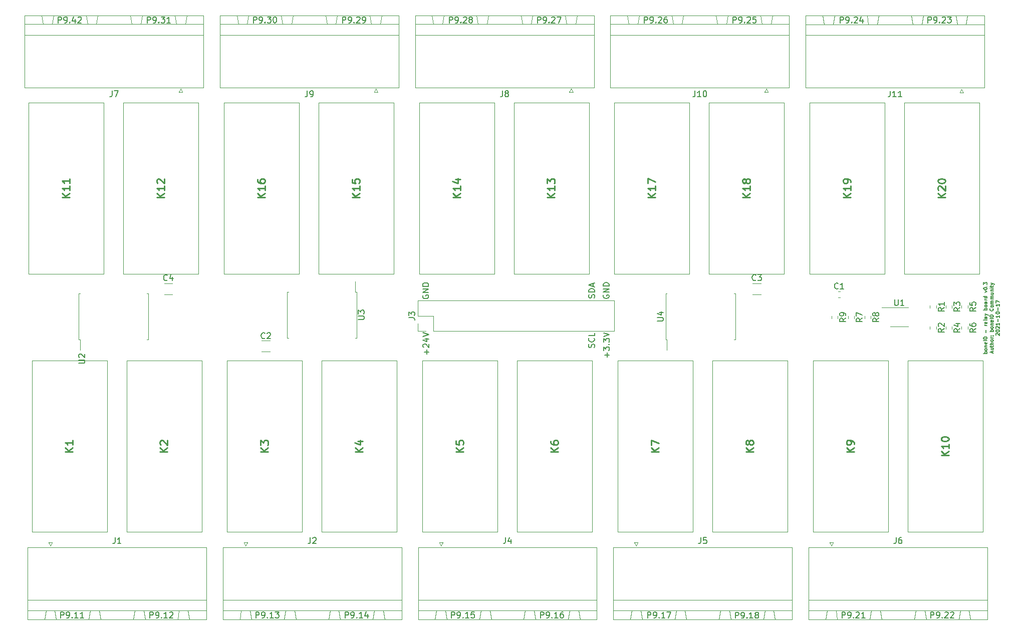
<source format=gbr>
%TF.GenerationSoftware,KiCad,Pcbnew,(5.1.10)-1*%
%TF.CreationDate,2021-10-27T16:31:34+02:00*%
%TF.ProjectId,boneIO - relay board,626f6e65-494f-4202-9d20-72656c617920,rev?*%
%TF.SameCoordinates,Original*%
%TF.FileFunction,Legend,Top*%
%TF.FilePolarity,Positive*%
%FSLAX46Y46*%
G04 Gerber Fmt 4.6, Leading zero omitted, Abs format (unit mm)*
G04 Created by KiCad (PCBNEW (5.1.10)-1) date 2021-10-27 16:31:34*
%MOMM*%
%LPD*%
G01*
G04 APERTURE LIST*
%ADD10C,0.150000*%
%ADD11C,0.140000*%
%ADD12C,0.120000*%
%ADD13C,0.100000*%
%ADD14C,0.254000*%
G04 APERTURE END LIST*
D10*
X387619761Y-311422285D02*
X387667380Y-311279428D01*
X387667380Y-311041333D01*
X387619761Y-310946095D01*
X387572142Y-310898476D01*
X387476904Y-310850857D01*
X387381666Y-310850857D01*
X387286428Y-310898476D01*
X387238809Y-310946095D01*
X387191190Y-311041333D01*
X387143571Y-311231809D01*
X387095952Y-311327047D01*
X387048333Y-311374666D01*
X386953095Y-311422285D01*
X386857857Y-311422285D01*
X386762619Y-311374666D01*
X386715000Y-311327047D01*
X386667380Y-311231809D01*
X386667380Y-310993714D01*
X386715000Y-310850857D01*
X387667380Y-310422285D02*
X386667380Y-310422285D01*
X386667380Y-310184190D01*
X386715000Y-310041333D01*
X386810238Y-309946095D01*
X386905476Y-309898476D01*
X387095952Y-309850857D01*
X387238809Y-309850857D01*
X387429285Y-309898476D01*
X387524523Y-309946095D01*
X387619761Y-310041333D01*
X387667380Y-310184190D01*
X387667380Y-310422285D01*
X387381666Y-309469904D02*
X387381666Y-308993714D01*
X387667380Y-309565142D02*
X386667380Y-309231809D01*
X387667380Y-308898476D01*
X389170000Y-310929904D02*
X389122380Y-311025142D01*
X389122380Y-311168000D01*
X389170000Y-311310857D01*
X389265238Y-311406095D01*
X389360476Y-311453714D01*
X389550952Y-311501333D01*
X389693809Y-311501333D01*
X389884285Y-311453714D01*
X389979523Y-311406095D01*
X390074761Y-311310857D01*
X390122380Y-311168000D01*
X390122380Y-311072761D01*
X390074761Y-310929904D01*
X390027142Y-310882285D01*
X389693809Y-310882285D01*
X389693809Y-311072761D01*
X390122380Y-310453714D02*
X389122380Y-310453714D01*
X390122380Y-309882285D01*
X389122380Y-309882285D01*
X390122380Y-309406095D02*
X389122380Y-309406095D01*
X389122380Y-309168000D01*
X389170000Y-309025142D01*
X389265238Y-308929904D01*
X389360476Y-308882285D01*
X389550952Y-308834666D01*
X389693809Y-308834666D01*
X389884285Y-308882285D01*
X389979523Y-308929904D01*
X390074761Y-309025142D01*
X390122380Y-309168000D01*
X390122380Y-309406095D01*
X387594761Y-319798476D02*
X387642380Y-319655619D01*
X387642380Y-319417523D01*
X387594761Y-319322285D01*
X387547142Y-319274666D01*
X387451904Y-319227047D01*
X387356666Y-319227047D01*
X387261428Y-319274666D01*
X387213809Y-319322285D01*
X387166190Y-319417523D01*
X387118571Y-319608000D01*
X387070952Y-319703238D01*
X387023333Y-319750857D01*
X386928095Y-319798476D01*
X386832857Y-319798476D01*
X386737619Y-319750857D01*
X386690000Y-319703238D01*
X386642380Y-319608000D01*
X386642380Y-319369904D01*
X386690000Y-319227047D01*
X387547142Y-318227047D02*
X387594761Y-318274666D01*
X387642380Y-318417523D01*
X387642380Y-318512761D01*
X387594761Y-318655619D01*
X387499523Y-318750857D01*
X387404285Y-318798476D01*
X387213809Y-318846095D01*
X387070952Y-318846095D01*
X386880476Y-318798476D01*
X386785238Y-318750857D01*
X386690000Y-318655619D01*
X386642380Y-318512761D01*
X386642380Y-318417523D01*
X386690000Y-318274666D01*
X386737619Y-318227047D01*
X387642380Y-317322285D02*
X387642380Y-317798476D01*
X386642380Y-317798476D01*
X389786428Y-321458000D02*
X389786428Y-320696095D01*
X390167380Y-321077047D02*
X389405476Y-321077047D01*
X389167380Y-320315142D02*
X389167380Y-319696095D01*
X389548333Y-320029428D01*
X389548333Y-319886571D01*
X389595952Y-319791333D01*
X389643571Y-319743714D01*
X389738809Y-319696095D01*
X389976904Y-319696095D01*
X390072142Y-319743714D01*
X390119761Y-319791333D01*
X390167380Y-319886571D01*
X390167380Y-320172285D01*
X390119761Y-320267523D01*
X390072142Y-320315142D01*
X390072142Y-319267523D02*
X390119761Y-319219904D01*
X390167380Y-319267523D01*
X390119761Y-319315142D01*
X390072142Y-319267523D01*
X390167380Y-319267523D01*
X389167380Y-318886571D02*
X389167380Y-318267523D01*
X389548333Y-318600857D01*
X389548333Y-318458000D01*
X389595952Y-318362761D01*
X389643571Y-318315142D01*
X389738809Y-318267523D01*
X389976904Y-318267523D01*
X390072142Y-318315142D01*
X390119761Y-318362761D01*
X390167380Y-318458000D01*
X390167380Y-318743714D01*
X390119761Y-318838952D01*
X390072142Y-318886571D01*
X389167380Y-317981809D02*
X390167380Y-317648476D01*
X389167380Y-317315142D01*
X297411428Y-365510380D02*
X297411428Y-364510380D01*
X297792380Y-364510380D01*
X297887619Y-364558000D01*
X297935238Y-364605619D01*
X297982857Y-364700857D01*
X297982857Y-364843714D01*
X297935238Y-364938952D01*
X297887619Y-364986571D01*
X297792380Y-365034190D01*
X297411428Y-365034190D01*
X298459047Y-365510380D02*
X298649523Y-365510380D01*
X298744761Y-365462761D01*
X298792380Y-365415142D01*
X298887619Y-365272285D01*
X298935238Y-365081809D01*
X298935238Y-364700857D01*
X298887619Y-364605619D01*
X298840000Y-364558000D01*
X298744761Y-364510380D01*
X298554285Y-364510380D01*
X298459047Y-364558000D01*
X298411428Y-364605619D01*
X298363809Y-364700857D01*
X298363809Y-364938952D01*
X298411428Y-365034190D01*
X298459047Y-365081809D01*
X298554285Y-365129428D01*
X298744761Y-365129428D01*
X298840000Y-365081809D01*
X298887619Y-365034190D01*
X298935238Y-364938952D01*
X299363809Y-365415142D02*
X299411428Y-365462761D01*
X299363809Y-365510380D01*
X299316190Y-365462761D01*
X299363809Y-365415142D01*
X299363809Y-365510380D01*
X300363809Y-365510380D02*
X299792380Y-365510380D01*
X300078095Y-365510380D02*
X300078095Y-364510380D01*
X299982857Y-364653238D01*
X299887619Y-364748476D01*
X299792380Y-364796095D01*
X301316190Y-365510380D02*
X300744761Y-365510380D01*
X301030476Y-365510380D02*
X301030476Y-364510380D01*
X300935238Y-364653238D01*
X300840000Y-364748476D01*
X300744761Y-364796095D01*
X312511428Y-365510380D02*
X312511428Y-364510380D01*
X312892380Y-364510380D01*
X312987619Y-364558000D01*
X313035238Y-364605619D01*
X313082857Y-364700857D01*
X313082857Y-364843714D01*
X313035238Y-364938952D01*
X312987619Y-364986571D01*
X312892380Y-365034190D01*
X312511428Y-365034190D01*
X313559047Y-365510380D02*
X313749523Y-365510380D01*
X313844761Y-365462761D01*
X313892380Y-365415142D01*
X313987619Y-365272285D01*
X314035238Y-365081809D01*
X314035238Y-364700857D01*
X313987619Y-364605619D01*
X313940000Y-364558000D01*
X313844761Y-364510380D01*
X313654285Y-364510380D01*
X313559047Y-364558000D01*
X313511428Y-364605619D01*
X313463809Y-364700857D01*
X313463809Y-364938952D01*
X313511428Y-365034190D01*
X313559047Y-365081809D01*
X313654285Y-365129428D01*
X313844761Y-365129428D01*
X313940000Y-365081809D01*
X313987619Y-365034190D01*
X314035238Y-364938952D01*
X314463809Y-365415142D02*
X314511428Y-365462761D01*
X314463809Y-365510380D01*
X314416190Y-365462761D01*
X314463809Y-365415142D01*
X314463809Y-365510380D01*
X315463809Y-365510380D02*
X314892380Y-365510380D01*
X315178095Y-365510380D02*
X315178095Y-364510380D01*
X315082857Y-364653238D01*
X314987619Y-364748476D01*
X314892380Y-364796095D01*
X315844761Y-364605619D02*
X315892380Y-364558000D01*
X315987619Y-364510380D01*
X316225714Y-364510380D01*
X316320952Y-364558000D01*
X316368571Y-364605619D01*
X316416190Y-364700857D01*
X316416190Y-364796095D01*
X316368571Y-364938952D01*
X315797142Y-365510380D01*
X316416190Y-365510380D01*
X330411428Y-365510380D02*
X330411428Y-364510380D01*
X330792380Y-364510380D01*
X330887619Y-364558000D01*
X330935238Y-364605619D01*
X330982857Y-364700857D01*
X330982857Y-364843714D01*
X330935238Y-364938952D01*
X330887619Y-364986571D01*
X330792380Y-365034190D01*
X330411428Y-365034190D01*
X331459047Y-365510380D02*
X331649523Y-365510380D01*
X331744761Y-365462761D01*
X331792380Y-365415142D01*
X331887619Y-365272285D01*
X331935238Y-365081809D01*
X331935238Y-364700857D01*
X331887619Y-364605619D01*
X331840000Y-364558000D01*
X331744761Y-364510380D01*
X331554285Y-364510380D01*
X331459047Y-364558000D01*
X331411428Y-364605619D01*
X331363809Y-364700857D01*
X331363809Y-364938952D01*
X331411428Y-365034190D01*
X331459047Y-365081809D01*
X331554285Y-365129428D01*
X331744761Y-365129428D01*
X331840000Y-365081809D01*
X331887619Y-365034190D01*
X331935238Y-364938952D01*
X332363809Y-365415142D02*
X332411428Y-365462761D01*
X332363809Y-365510380D01*
X332316190Y-365462761D01*
X332363809Y-365415142D01*
X332363809Y-365510380D01*
X333363809Y-365510380D02*
X332792380Y-365510380D01*
X333078095Y-365510380D02*
X333078095Y-364510380D01*
X332982857Y-364653238D01*
X332887619Y-364748476D01*
X332792380Y-364796095D01*
X333697142Y-364510380D02*
X334316190Y-364510380D01*
X333982857Y-364891333D01*
X334125714Y-364891333D01*
X334220952Y-364938952D01*
X334268571Y-364986571D01*
X334316190Y-365081809D01*
X334316190Y-365319904D01*
X334268571Y-365415142D01*
X334220952Y-365462761D01*
X334125714Y-365510380D01*
X333840000Y-365510380D01*
X333744761Y-365462761D01*
X333697142Y-365415142D01*
X345511428Y-365510380D02*
X345511428Y-364510380D01*
X345892380Y-364510380D01*
X345987619Y-364558000D01*
X346035238Y-364605619D01*
X346082857Y-364700857D01*
X346082857Y-364843714D01*
X346035238Y-364938952D01*
X345987619Y-364986571D01*
X345892380Y-365034190D01*
X345511428Y-365034190D01*
X346559047Y-365510380D02*
X346749523Y-365510380D01*
X346844761Y-365462761D01*
X346892380Y-365415142D01*
X346987619Y-365272285D01*
X347035238Y-365081809D01*
X347035238Y-364700857D01*
X346987619Y-364605619D01*
X346940000Y-364558000D01*
X346844761Y-364510380D01*
X346654285Y-364510380D01*
X346559047Y-364558000D01*
X346511428Y-364605619D01*
X346463809Y-364700857D01*
X346463809Y-364938952D01*
X346511428Y-365034190D01*
X346559047Y-365081809D01*
X346654285Y-365129428D01*
X346844761Y-365129428D01*
X346940000Y-365081809D01*
X346987619Y-365034190D01*
X347035238Y-364938952D01*
X347463809Y-365415142D02*
X347511428Y-365462761D01*
X347463809Y-365510380D01*
X347416190Y-365462761D01*
X347463809Y-365415142D01*
X347463809Y-365510380D01*
X348463809Y-365510380D02*
X347892380Y-365510380D01*
X348178095Y-365510380D02*
X348178095Y-364510380D01*
X348082857Y-364653238D01*
X347987619Y-364748476D01*
X347892380Y-364796095D01*
X349320952Y-364843714D02*
X349320952Y-365510380D01*
X349082857Y-364462761D02*
X348844761Y-365177047D01*
X349463809Y-365177047D01*
X363461428Y-365510380D02*
X363461428Y-364510380D01*
X363842380Y-364510380D01*
X363937619Y-364558000D01*
X363985238Y-364605619D01*
X364032857Y-364700857D01*
X364032857Y-364843714D01*
X363985238Y-364938952D01*
X363937619Y-364986571D01*
X363842380Y-365034190D01*
X363461428Y-365034190D01*
X364509047Y-365510380D02*
X364699523Y-365510380D01*
X364794761Y-365462761D01*
X364842380Y-365415142D01*
X364937619Y-365272285D01*
X364985238Y-365081809D01*
X364985238Y-364700857D01*
X364937619Y-364605619D01*
X364890000Y-364558000D01*
X364794761Y-364510380D01*
X364604285Y-364510380D01*
X364509047Y-364558000D01*
X364461428Y-364605619D01*
X364413809Y-364700857D01*
X364413809Y-364938952D01*
X364461428Y-365034190D01*
X364509047Y-365081809D01*
X364604285Y-365129428D01*
X364794761Y-365129428D01*
X364890000Y-365081809D01*
X364937619Y-365034190D01*
X364985238Y-364938952D01*
X365413809Y-365415142D02*
X365461428Y-365462761D01*
X365413809Y-365510380D01*
X365366190Y-365462761D01*
X365413809Y-365415142D01*
X365413809Y-365510380D01*
X366413809Y-365510380D02*
X365842380Y-365510380D01*
X366128095Y-365510380D02*
X366128095Y-364510380D01*
X366032857Y-364653238D01*
X365937619Y-364748476D01*
X365842380Y-364796095D01*
X367318571Y-364510380D02*
X366842380Y-364510380D01*
X366794761Y-364986571D01*
X366842380Y-364938952D01*
X366937619Y-364891333D01*
X367175714Y-364891333D01*
X367270952Y-364938952D01*
X367318571Y-364986571D01*
X367366190Y-365081809D01*
X367366190Y-365319904D01*
X367318571Y-365415142D01*
X367270952Y-365462761D01*
X367175714Y-365510380D01*
X366937619Y-365510380D01*
X366842380Y-365462761D01*
X366794761Y-365415142D01*
X378511428Y-365510380D02*
X378511428Y-364510380D01*
X378892380Y-364510380D01*
X378987619Y-364558000D01*
X379035238Y-364605619D01*
X379082857Y-364700857D01*
X379082857Y-364843714D01*
X379035238Y-364938952D01*
X378987619Y-364986571D01*
X378892380Y-365034190D01*
X378511428Y-365034190D01*
X379559047Y-365510380D02*
X379749523Y-365510380D01*
X379844761Y-365462761D01*
X379892380Y-365415142D01*
X379987619Y-365272285D01*
X380035238Y-365081809D01*
X380035238Y-364700857D01*
X379987619Y-364605619D01*
X379940000Y-364558000D01*
X379844761Y-364510380D01*
X379654285Y-364510380D01*
X379559047Y-364558000D01*
X379511428Y-364605619D01*
X379463809Y-364700857D01*
X379463809Y-364938952D01*
X379511428Y-365034190D01*
X379559047Y-365081809D01*
X379654285Y-365129428D01*
X379844761Y-365129428D01*
X379940000Y-365081809D01*
X379987619Y-365034190D01*
X380035238Y-364938952D01*
X380463809Y-365415142D02*
X380511428Y-365462761D01*
X380463809Y-365510380D01*
X380416190Y-365462761D01*
X380463809Y-365415142D01*
X380463809Y-365510380D01*
X381463809Y-365510380D02*
X380892380Y-365510380D01*
X381178095Y-365510380D02*
X381178095Y-364510380D01*
X381082857Y-364653238D01*
X380987619Y-364748476D01*
X380892380Y-364796095D01*
X382320952Y-364510380D02*
X382130476Y-364510380D01*
X382035238Y-364558000D01*
X381987619Y-364605619D01*
X381892380Y-364748476D01*
X381844761Y-364938952D01*
X381844761Y-365319904D01*
X381892380Y-365415142D01*
X381940000Y-365462761D01*
X382035238Y-365510380D01*
X382225714Y-365510380D01*
X382320952Y-365462761D01*
X382368571Y-365415142D01*
X382416190Y-365319904D01*
X382416190Y-365081809D01*
X382368571Y-364986571D01*
X382320952Y-364938952D01*
X382225714Y-364891333D01*
X382035238Y-364891333D01*
X381940000Y-364938952D01*
X381892380Y-364986571D01*
X381844761Y-365081809D01*
X396611428Y-365510380D02*
X396611428Y-364510380D01*
X396992380Y-364510380D01*
X397087619Y-364558000D01*
X397135238Y-364605619D01*
X397182857Y-364700857D01*
X397182857Y-364843714D01*
X397135238Y-364938952D01*
X397087619Y-364986571D01*
X396992380Y-365034190D01*
X396611428Y-365034190D01*
X397659047Y-365510380D02*
X397849523Y-365510380D01*
X397944761Y-365462761D01*
X397992380Y-365415142D01*
X398087619Y-365272285D01*
X398135238Y-365081809D01*
X398135238Y-364700857D01*
X398087619Y-364605619D01*
X398040000Y-364558000D01*
X397944761Y-364510380D01*
X397754285Y-364510380D01*
X397659047Y-364558000D01*
X397611428Y-364605619D01*
X397563809Y-364700857D01*
X397563809Y-364938952D01*
X397611428Y-365034190D01*
X397659047Y-365081809D01*
X397754285Y-365129428D01*
X397944761Y-365129428D01*
X398040000Y-365081809D01*
X398087619Y-365034190D01*
X398135238Y-364938952D01*
X398563809Y-365415142D02*
X398611428Y-365462761D01*
X398563809Y-365510380D01*
X398516190Y-365462761D01*
X398563809Y-365415142D01*
X398563809Y-365510380D01*
X399563809Y-365510380D02*
X398992380Y-365510380D01*
X399278095Y-365510380D02*
X399278095Y-364510380D01*
X399182857Y-364653238D01*
X399087619Y-364748476D01*
X398992380Y-364796095D01*
X399897142Y-364510380D02*
X400563809Y-364510380D01*
X400135238Y-365510380D01*
X411461428Y-365560380D02*
X411461428Y-364560380D01*
X411842380Y-364560380D01*
X411937619Y-364608000D01*
X411985238Y-364655619D01*
X412032857Y-364750857D01*
X412032857Y-364893714D01*
X411985238Y-364988952D01*
X411937619Y-365036571D01*
X411842380Y-365084190D01*
X411461428Y-365084190D01*
X412509047Y-365560380D02*
X412699523Y-365560380D01*
X412794761Y-365512761D01*
X412842380Y-365465142D01*
X412937619Y-365322285D01*
X412985238Y-365131809D01*
X412985238Y-364750857D01*
X412937619Y-364655619D01*
X412890000Y-364608000D01*
X412794761Y-364560380D01*
X412604285Y-364560380D01*
X412509047Y-364608000D01*
X412461428Y-364655619D01*
X412413809Y-364750857D01*
X412413809Y-364988952D01*
X412461428Y-365084190D01*
X412509047Y-365131809D01*
X412604285Y-365179428D01*
X412794761Y-365179428D01*
X412890000Y-365131809D01*
X412937619Y-365084190D01*
X412985238Y-364988952D01*
X413413809Y-365465142D02*
X413461428Y-365512761D01*
X413413809Y-365560380D01*
X413366190Y-365512761D01*
X413413809Y-365465142D01*
X413413809Y-365560380D01*
X414413809Y-365560380D02*
X413842380Y-365560380D01*
X414128095Y-365560380D02*
X414128095Y-364560380D01*
X414032857Y-364703238D01*
X413937619Y-364798476D01*
X413842380Y-364846095D01*
X414985238Y-364988952D02*
X414890000Y-364941333D01*
X414842380Y-364893714D01*
X414794761Y-364798476D01*
X414794761Y-364750857D01*
X414842380Y-364655619D01*
X414890000Y-364608000D01*
X414985238Y-364560380D01*
X415175714Y-364560380D01*
X415270952Y-364608000D01*
X415318571Y-364655619D01*
X415366190Y-364750857D01*
X415366190Y-364798476D01*
X415318571Y-364893714D01*
X415270952Y-364941333D01*
X415175714Y-364988952D01*
X414985238Y-364988952D01*
X414890000Y-365036571D01*
X414842380Y-365084190D01*
X414794761Y-365179428D01*
X414794761Y-365369904D01*
X414842380Y-365465142D01*
X414890000Y-365512761D01*
X414985238Y-365560380D01*
X415175714Y-365560380D01*
X415270952Y-365512761D01*
X415318571Y-365465142D01*
X415366190Y-365369904D01*
X415366190Y-365179428D01*
X415318571Y-365084190D01*
X415270952Y-365036571D01*
X415175714Y-364988952D01*
X429461428Y-365510380D02*
X429461428Y-364510380D01*
X429842380Y-364510380D01*
X429937619Y-364558000D01*
X429985238Y-364605619D01*
X430032857Y-364700857D01*
X430032857Y-364843714D01*
X429985238Y-364938952D01*
X429937619Y-364986571D01*
X429842380Y-365034190D01*
X429461428Y-365034190D01*
X430509047Y-365510380D02*
X430699523Y-365510380D01*
X430794761Y-365462761D01*
X430842380Y-365415142D01*
X430937619Y-365272285D01*
X430985238Y-365081809D01*
X430985238Y-364700857D01*
X430937619Y-364605619D01*
X430890000Y-364558000D01*
X430794761Y-364510380D01*
X430604285Y-364510380D01*
X430509047Y-364558000D01*
X430461428Y-364605619D01*
X430413809Y-364700857D01*
X430413809Y-364938952D01*
X430461428Y-365034190D01*
X430509047Y-365081809D01*
X430604285Y-365129428D01*
X430794761Y-365129428D01*
X430890000Y-365081809D01*
X430937619Y-365034190D01*
X430985238Y-364938952D01*
X431413809Y-365415142D02*
X431461428Y-365462761D01*
X431413809Y-365510380D01*
X431366190Y-365462761D01*
X431413809Y-365415142D01*
X431413809Y-365510380D01*
X431842380Y-364605619D02*
X431890000Y-364558000D01*
X431985238Y-364510380D01*
X432223333Y-364510380D01*
X432318571Y-364558000D01*
X432366190Y-364605619D01*
X432413809Y-364700857D01*
X432413809Y-364796095D01*
X432366190Y-364938952D01*
X431794761Y-365510380D01*
X432413809Y-365510380D01*
X433366190Y-365510380D02*
X432794761Y-365510380D01*
X433080476Y-365510380D02*
X433080476Y-364510380D01*
X432985238Y-364653238D01*
X432890000Y-364748476D01*
X432794761Y-364796095D01*
X444461428Y-365510380D02*
X444461428Y-364510380D01*
X444842380Y-364510380D01*
X444937619Y-364558000D01*
X444985238Y-364605619D01*
X445032857Y-364700857D01*
X445032857Y-364843714D01*
X444985238Y-364938952D01*
X444937619Y-364986571D01*
X444842380Y-365034190D01*
X444461428Y-365034190D01*
X445509047Y-365510380D02*
X445699523Y-365510380D01*
X445794761Y-365462761D01*
X445842380Y-365415142D01*
X445937619Y-365272285D01*
X445985238Y-365081809D01*
X445985238Y-364700857D01*
X445937619Y-364605619D01*
X445890000Y-364558000D01*
X445794761Y-364510380D01*
X445604285Y-364510380D01*
X445509047Y-364558000D01*
X445461428Y-364605619D01*
X445413809Y-364700857D01*
X445413809Y-364938952D01*
X445461428Y-365034190D01*
X445509047Y-365081809D01*
X445604285Y-365129428D01*
X445794761Y-365129428D01*
X445890000Y-365081809D01*
X445937619Y-365034190D01*
X445985238Y-364938952D01*
X446413809Y-365415142D02*
X446461428Y-365462761D01*
X446413809Y-365510380D01*
X446366190Y-365462761D01*
X446413809Y-365415142D01*
X446413809Y-365510380D01*
X446842380Y-364605619D02*
X446890000Y-364558000D01*
X446985238Y-364510380D01*
X447223333Y-364510380D01*
X447318571Y-364558000D01*
X447366190Y-364605619D01*
X447413809Y-364700857D01*
X447413809Y-364796095D01*
X447366190Y-364938952D01*
X446794761Y-365510380D01*
X447413809Y-365510380D01*
X447794761Y-364605619D02*
X447842380Y-364558000D01*
X447937619Y-364510380D01*
X448175714Y-364510380D01*
X448270952Y-364558000D01*
X448318571Y-364605619D01*
X448366190Y-364700857D01*
X448366190Y-364796095D01*
X448318571Y-364938952D01*
X447747142Y-365510380D01*
X448366190Y-365510380D01*
X444011428Y-264910380D02*
X444011428Y-263910380D01*
X444392380Y-263910380D01*
X444487619Y-263958000D01*
X444535238Y-264005619D01*
X444582857Y-264100857D01*
X444582857Y-264243714D01*
X444535238Y-264338952D01*
X444487619Y-264386571D01*
X444392380Y-264434190D01*
X444011428Y-264434190D01*
X445059047Y-264910380D02*
X445249523Y-264910380D01*
X445344761Y-264862761D01*
X445392380Y-264815142D01*
X445487619Y-264672285D01*
X445535238Y-264481809D01*
X445535238Y-264100857D01*
X445487619Y-264005619D01*
X445440000Y-263958000D01*
X445344761Y-263910380D01*
X445154285Y-263910380D01*
X445059047Y-263958000D01*
X445011428Y-264005619D01*
X444963809Y-264100857D01*
X444963809Y-264338952D01*
X445011428Y-264434190D01*
X445059047Y-264481809D01*
X445154285Y-264529428D01*
X445344761Y-264529428D01*
X445440000Y-264481809D01*
X445487619Y-264434190D01*
X445535238Y-264338952D01*
X445963809Y-264815142D02*
X446011428Y-264862761D01*
X445963809Y-264910380D01*
X445916190Y-264862761D01*
X445963809Y-264815142D01*
X445963809Y-264910380D01*
X446392380Y-264005619D02*
X446440000Y-263958000D01*
X446535238Y-263910380D01*
X446773333Y-263910380D01*
X446868571Y-263958000D01*
X446916190Y-264005619D01*
X446963809Y-264100857D01*
X446963809Y-264196095D01*
X446916190Y-264338952D01*
X446344761Y-264910380D01*
X446963809Y-264910380D01*
X447297142Y-263910380D02*
X447916190Y-263910380D01*
X447582857Y-264291333D01*
X447725714Y-264291333D01*
X447820952Y-264338952D01*
X447868571Y-264386571D01*
X447916190Y-264481809D01*
X447916190Y-264719904D01*
X447868571Y-264815142D01*
X447820952Y-264862761D01*
X447725714Y-264910380D01*
X447440000Y-264910380D01*
X447344761Y-264862761D01*
X447297142Y-264815142D01*
X429161428Y-264910380D02*
X429161428Y-263910380D01*
X429542380Y-263910380D01*
X429637619Y-263958000D01*
X429685238Y-264005619D01*
X429732857Y-264100857D01*
X429732857Y-264243714D01*
X429685238Y-264338952D01*
X429637619Y-264386571D01*
X429542380Y-264434190D01*
X429161428Y-264434190D01*
X430209047Y-264910380D02*
X430399523Y-264910380D01*
X430494761Y-264862761D01*
X430542380Y-264815142D01*
X430637619Y-264672285D01*
X430685238Y-264481809D01*
X430685238Y-264100857D01*
X430637619Y-264005619D01*
X430590000Y-263958000D01*
X430494761Y-263910380D01*
X430304285Y-263910380D01*
X430209047Y-263958000D01*
X430161428Y-264005619D01*
X430113809Y-264100857D01*
X430113809Y-264338952D01*
X430161428Y-264434190D01*
X430209047Y-264481809D01*
X430304285Y-264529428D01*
X430494761Y-264529428D01*
X430590000Y-264481809D01*
X430637619Y-264434190D01*
X430685238Y-264338952D01*
X431113809Y-264815142D02*
X431161428Y-264862761D01*
X431113809Y-264910380D01*
X431066190Y-264862761D01*
X431113809Y-264815142D01*
X431113809Y-264910380D01*
X431542380Y-264005619D02*
X431590000Y-263958000D01*
X431685238Y-263910380D01*
X431923333Y-263910380D01*
X432018571Y-263958000D01*
X432066190Y-264005619D01*
X432113809Y-264100857D01*
X432113809Y-264196095D01*
X432066190Y-264338952D01*
X431494761Y-264910380D01*
X432113809Y-264910380D01*
X432970952Y-264243714D02*
X432970952Y-264910380D01*
X432732857Y-263862761D02*
X432494761Y-264577047D01*
X433113809Y-264577047D01*
X411061428Y-264910380D02*
X411061428Y-263910380D01*
X411442380Y-263910380D01*
X411537619Y-263958000D01*
X411585238Y-264005619D01*
X411632857Y-264100857D01*
X411632857Y-264243714D01*
X411585238Y-264338952D01*
X411537619Y-264386571D01*
X411442380Y-264434190D01*
X411061428Y-264434190D01*
X412109047Y-264910380D02*
X412299523Y-264910380D01*
X412394761Y-264862761D01*
X412442380Y-264815142D01*
X412537619Y-264672285D01*
X412585238Y-264481809D01*
X412585238Y-264100857D01*
X412537619Y-264005619D01*
X412490000Y-263958000D01*
X412394761Y-263910380D01*
X412204285Y-263910380D01*
X412109047Y-263958000D01*
X412061428Y-264005619D01*
X412013809Y-264100857D01*
X412013809Y-264338952D01*
X412061428Y-264434190D01*
X412109047Y-264481809D01*
X412204285Y-264529428D01*
X412394761Y-264529428D01*
X412490000Y-264481809D01*
X412537619Y-264434190D01*
X412585238Y-264338952D01*
X413013809Y-264815142D02*
X413061428Y-264862761D01*
X413013809Y-264910380D01*
X412966190Y-264862761D01*
X413013809Y-264815142D01*
X413013809Y-264910380D01*
X413442380Y-264005619D02*
X413490000Y-263958000D01*
X413585238Y-263910380D01*
X413823333Y-263910380D01*
X413918571Y-263958000D01*
X413966190Y-264005619D01*
X414013809Y-264100857D01*
X414013809Y-264196095D01*
X413966190Y-264338952D01*
X413394761Y-264910380D01*
X414013809Y-264910380D01*
X414918571Y-263910380D02*
X414442380Y-263910380D01*
X414394761Y-264386571D01*
X414442380Y-264338952D01*
X414537619Y-264291333D01*
X414775714Y-264291333D01*
X414870952Y-264338952D01*
X414918571Y-264386571D01*
X414966190Y-264481809D01*
X414966190Y-264719904D01*
X414918571Y-264815142D01*
X414870952Y-264862761D01*
X414775714Y-264910380D01*
X414537619Y-264910380D01*
X414442380Y-264862761D01*
X414394761Y-264815142D01*
X396061428Y-264910380D02*
X396061428Y-263910380D01*
X396442380Y-263910380D01*
X396537619Y-263958000D01*
X396585238Y-264005619D01*
X396632857Y-264100857D01*
X396632857Y-264243714D01*
X396585238Y-264338952D01*
X396537619Y-264386571D01*
X396442380Y-264434190D01*
X396061428Y-264434190D01*
X397109047Y-264910380D02*
X397299523Y-264910380D01*
X397394761Y-264862761D01*
X397442380Y-264815142D01*
X397537619Y-264672285D01*
X397585238Y-264481809D01*
X397585238Y-264100857D01*
X397537619Y-264005619D01*
X397490000Y-263958000D01*
X397394761Y-263910380D01*
X397204285Y-263910380D01*
X397109047Y-263958000D01*
X397061428Y-264005619D01*
X397013809Y-264100857D01*
X397013809Y-264338952D01*
X397061428Y-264434190D01*
X397109047Y-264481809D01*
X397204285Y-264529428D01*
X397394761Y-264529428D01*
X397490000Y-264481809D01*
X397537619Y-264434190D01*
X397585238Y-264338952D01*
X398013809Y-264815142D02*
X398061428Y-264862761D01*
X398013809Y-264910380D01*
X397966190Y-264862761D01*
X398013809Y-264815142D01*
X398013809Y-264910380D01*
X398442380Y-264005619D02*
X398490000Y-263958000D01*
X398585238Y-263910380D01*
X398823333Y-263910380D01*
X398918571Y-263958000D01*
X398966190Y-264005619D01*
X399013809Y-264100857D01*
X399013809Y-264196095D01*
X398966190Y-264338952D01*
X398394761Y-264910380D01*
X399013809Y-264910380D01*
X399870952Y-263910380D02*
X399680476Y-263910380D01*
X399585238Y-263958000D01*
X399537619Y-264005619D01*
X399442380Y-264148476D01*
X399394761Y-264338952D01*
X399394761Y-264719904D01*
X399442380Y-264815142D01*
X399490000Y-264862761D01*
X399585238Y-264910380D01*
X399775714Y-264910380D01*
X399870952Y-264862761D01*
X399918571Y-264815142D01*
X399966190Y-264719904D01*
X399966190Y-264481809D01*
X399918571Y-264386571D01*
X399870952Y-264338952D01*
X399775714Y-264291333D01*
X399585238Y-264291333D01*
X399490000Y-264338952D01*
X399442380Y-264386571D01*
X399394761Y-264481809D01*
X378011428Y-264910380D02*
X378011428Y-263910380D01*
X378392380Y-263910380D01*
X378487619Y-263958000D01*
X378535238Y-264005619D01*
X378582857Y-264100857D01*
X378582857Y-264243714D01*
X378535238Y-264338952D01*
X378487619Y-264386571D01*
X378392380Y-264434190D01*
X378011428Y-264434190D01*
X379059047Y-264910380D02*
X379249523Y-264910380D01*
X379344761Y-264862761D01*
X379392380Y-264815142D01*
X379487619Y-264672285D01*
X379535238Y-264481809D01*
X379535238Y-264100857D01*
X379487619Y-264005619D01*
X379440000Y-263958000D01*
X379344761Y-263910380D01*
X379154285Y-263910380D01*
X379059047Y-263958000D01*
X379011428Y-264005619D01*
X378963809Y-264100857D01*
X378963809Y-264338952D01*
X379011428Y-264434190D01*
X379059047Y-264481809D01*
X379154285Y-264529428D01*
X379344761Y-264529428D01*
X379440000Y-264481809D01*
X379487619Y-264434190D01*
X379535238Y-264338952D01*
X379963809Y-264815142D02*
X380011428Y-264862761D01*
X379963809Y-264910380D01*
X379916190Y-264862761D01*
X379963809Y-264815142D01*
X379963809Y-264910380D01*
X380392380Y-264005619D02*
X380440000Y-263958000D01*
X380535238Y-263910380D01*
X380773333Y-263910380D01*
X380868571Y-263958000D01*
X380916190Y-264005619D01*
X380963809Y-264100857D01*
X380963809Y-264196095D01*
X380916190Y-264338952D01*
X380344761Y-264910380D01*
X380963809Y-264910380D01*
X381297142Y-263910380D02*
X381963809Y-263910380D01*
X381535238Y-264910380D01*
X363111428Y-264910380D02*
X363111428Y-263910380D01*
X363492380Y-263910380D01*
X363587619Y-263958000D01*
X363635238Y-264005619D01*
X363682857Y-264100857D01*
X363682857Y-264243714D01*
X363635238Y-264338952D01*
X363587619Y-264386571D01*
X363492380Y-264434190D01*
X363111428Y-264434190D01*
X364159047Y-264910380D02*
X364349523Y-264910380D01*
X364444761Y-264862761D01*
X364492380Y-264815142D01*
X364587619Y-264672285D01*
X364635238Y-264481809D01*
X364635238Y-264100857D01*
X364587619Y-264005619D01*
X364540000Y-263958000D01*
X364444761Y-263910380D01*
X364254285Y-263910380D01*
X364159047Y-263958000D01*
X364111428Y-264005619D01*
X364063809Y-264100857D01*
X364063809Y-264338952D01*
X364111428Y-264434190D01*
X364159047Y-264481809D01*
X364254285Y-264529428D01*
X364444761Y-264529428D01*
X364540000Y-264481809D01*
X364587619Y-264434190D01*
X364635238Y-264338952D01*
X365063809Y-264815142D02*
X365111428Y-264862761D01*
X365063809Y-264910380D01*
X365016190Y-264862761D01*
X365063809Y-264815142D01*
X365063809Y-264910380D01*
X365492380Y-264005619D02*
X365540000Y-263958000D01*
X365635238Y-263910380D01*
X365873333Y-263910380D01*
X365968571Y-263958000D01*
X366016190Y-264005619D01*
X366063809Y-264100857D01*
X366063809Y-264196095D01*
X366016190Y-264338952D01*
X365444761Y-264910380D01*
X366063809Y-264910380D01*
X366635238Y-264338952D02*
X366540000Y-264291333D01*
X366492380Y-264243714D01*
X366444761Y-264148476D01*
X366444761Y-264100857D01*
X366492380Y-264005619D01*
X366540000Y-263958000D01*
X366635238Y-263910380D01*
X366825714Y-263910380D01*
X366920952Y-263958000D01*
X366968571Y-264005619D01*
X367016190Y-264100857D01*
X367016190Y-264148476D01*
X366968571Y-264243714D01*
X366920952Y-264291333D01*
X366825714Y-264338952D01*
X366635238Y-264338952D01*
X366540000Y-264386571D01*
X366492380Y-264434190D01*
X366444761Y-264529428D01*
X366444761Y-264719904D01*
X366492380Y-264815142D01*
X366540000Y-264862761D01*
X366635238Y-264910380D01*
X366825714Y-264910380D01*
X366920952Y-264862761D01*
X366968571Y-264815142D01*
X367016190Y-264719904D01*
X367016190Y-264529428D01*
X366968571Y-264434190D01*
X366920952Y-264386571D01*
X366825714Y-264338952D01*
X345061428Y-264910380D02*
X345061428Y-263910380D01*
X345442380Y-263910380D01*
X345537619Y-263958000D01*
X345585238Y-264005619D01*
X345632857Y-264100857D01*
X345632857Y-264243714D01*
X345585238Y-264338952D01*
X345537619Y-264386571D01*
X345442380Y-264434190D01*
X345061428Y-264434190D01*
X346109047Y-264910380D02*
X346299523Y-264910380D01*
X346394761Y-264862761D01*
X346442380Y-264815142D01*
X346537619Y-264672285D01*
X346585238Y-264481809D01*
X346585238Y-264100857D01*
X346537619Y-264005619D01*
X346490000Y-263958000D01*
X346394761Y-263910380D01*
X346204285Y-263910380D01*
X346109047Y-263958000D01*
X346061428Y-264005619D01*
X346013809Y-264100857D01*
X346013809Y-264338952D01*
X346061428Y-264434190D01*
X346109047Y-264481809D01*
X346204285Y-264529428D01*
X346394761Y-264529428D01*
X346490000Y-264481809D01*
X346537619Y-264434190D01*
X346585238Y-264338952D01*
X347013809Y-264815142D02*
X347061428Y-264862761D01*
X347013809Y-264910380D01*
X346966190Y-264862761D01*
X347013809Y-264815142D01*
X347013809Y-264910380D01*
X347442380Y-264005619D02*
X347490000Y-263958000D01*
X347585238Y-263910380D01*
X347823333Y-263910380D01*
X347918571Y-263958000D01*
X347966190Y-264005619D01*
X348013809Y-264100857D01*
X348013809Y-264196095D01*
X347966190Y-264338952D01*
X347394761Y-264910380D01*
X348013809Y-264910380D01*
X348490000Y-264910380D02*
X348680476Y-264910380D01*
X348775714Y-264862761D01*
X348823333Y-264815142D01*
X348918571Y-264672285D01*
X348966190Y-264481809D01*
X348966190Y-264100857D01*
X348918571Y-264005619D01*
X348870952Y-263958000D01*
X348775714Y-263910380D01*
X348585238Y-263910380D01*
X348490000Y-263958000D01*
X348442380Y-264005619D01*
X348394761Y-264100857D01*
X348394761Y-264338952D01*
X348442380Y-264434190D01*
X348490000Y-264481809D01*
X348585238Y-264529428D01*
X348775714Y-264529428D01*
X348870952Y-264481809D01*
X348918571Y-264434190D01*
X348966190Y-264338952D01*
X330011428Y-264910380D02*
X330011428Y-263910380D01*
X330392380Y-263910380D01*
X330487619Y-263958000D01*
X330535238Y-264005619D01*
X330582857Y-264100857D01*
X330582857Y-264243714D01*
X330535238Y-264338952D01*
X330487619Y-264386571D01*
X330392380Y-264434190D01*
X330011428Y-264434190D01*
X331059047Y-264910380D02*
X331249523Y-264910380D01*
X331344761Y-264862761D01*
X331392380Y-264815142D01*
X331487619Y-264672285D01*
X331535238Y-264481809D01*
X331535238Y-264100857D01*
X331487619Y-264005619D01*
X331440000Y-263958000D01*
X331344761Y-263910380D01*
X331154285Y-263910380D01*
X331059047Y-263958000D01*
X331011428Y-264005619D01*
X330963809Y-264100857D01*
X330963809Y-264338952D01*
X331011428Y-264434190D01*
X331059047Y-264481809D01*
X331154285Y-264529428D01*
X331344761Y-264529428D01*
X331440000Y-264481809D01*
X331487619Y-264434190D01*
X331535238Y-264338952D01*
X331963809Y-264815142D02*
X332011428Y-264862761D01*
X331963809Y-264910380D01*
X331916190Y-264862761D01*
X331963809Y-264815142D01*
X331963809Y-264910380D01*
X332344761Y-263910380D02*
X332963809Y-263910380D01*
X332630476Y-264291333D01*
X332773333Y-264291333D01*
X332868571Y-264338952D01*
X332916190Y-264386571D01*
X332963809Y-264481809D01*
X332963809Y-264719904D01*
X332916190Y-264815142D01*
X332868571Y-264862761D01*
X332773333Y-264910380D01*
X332487619Y-264910380D01*
X332392380Y-264862761D01*
X332344761Y-264815142D01*
X333582857Y-263910380D02*
X333678095Y-263910380D01*
X333773333Y-263958000D01*
X333820952Y-264005619D01*
X333868571Y-264100857D01*
X333916190Y-264291333D01*
X333916190Y-264529428D01*
X333868571Y-264719904D01*
X333820952Y-264815142D01*
X333773333Y-264862761D01*
X333678095Y-264910380D01*
X333582857Y-264910380D01*
X333487619Y-264862761D01*
X333440000Y-264815142D01*
X333392380Y-264719904D01*
X333344761Y-264529428D01*
X333344761Y-264291333D01*
X333392380Y-264100857D01*
X333440000Y-264005619D01*
X333487619Y-263958000D01*
X333582857Y-263910380D01*
X312061428Y-264910380D02*
X312061428Y-263910380D01*
X312442380Y-263910380D01*
X312537619Y-263958000D01*
X312585238Y-264005619D01*
X312632857Y-264100857D01*
X312632857Y-264243714D01*
X312585238Y-264338952D01*
X312537619Y-264386571D01*
X312442380Y-264434190D01*
X312061428Y-264434190D01*
X313109047Y-264910380D02*
X313299523Y-264910380D01*
X313394761Y-264862761D01*
X313442380Y-264815142D01*
X313537619Y-264672285D01*
X313585238Y-264481809D01*
X313585238Y-264100857D01*
X313537619Y-264005619D01*
X313490000Y-263958000D01*
X313394761Y-263910380D01*
X313204285Y-263910380D01*
X313109047Y-263958000D01*
X313061428Y-264005619D01*
X313013809Y-264100857D01*
X313013809Y-264338952D01*
X313061428Y-264434190D01*
X313109047Y-264481809D01*
X313204285Y-264529428D01*
X313394761Y-264529428D01*
X313490000Y-264481809D01*
X313537619Y-264434190D01*
X313585238Y-264338952D01*
X314013809Y-264815142D02*
X314061428Y-264862761D01*
X314013809Y-264910380D01*
X313966190Y-264862761D01*
X314013809Y-264815142D01*
X314013809Y-264910380D01*
X314394761Y-263910380D02*
X315013809Y-263910380D01*
X314680476Y-264291333D01*
X314823333Y-264291333D01*
X314918571Y-264338952D01*
X314966190Y-264386571D01*
X315013809Y-264481809D01*
X315013809Y-264719904D01*
X314966190Y-264815142D01*
X314918571Y-264862761D01*
X314823333Y-264910380D01*
X314537619Y-264910380D01*
X314442380Y-264862761D01*
X314394761Y-264815142D01*
X315966190Y-264910380D02*
X315394761Y-264910380D01*
X315680476Y-264910380D02*
X315680476Y-263910380D01*
X315585238Y-264053238D01*
X315490000Y-264148476D01*
X315394761Y-264196095D01*
X297011428Y-264910380D02*
X297011428Y-263910380D01*
X297392380Y-263910380D01*
X297487619Y-263958000D01*
X297535238Y-264005619D01*
X297582857Y-264100857D01*
X297582857Y-264243714D01*
X297535238Y-264338952D01*
X297487619Y-264386571D01*
X297392380Y-264434190D01*
X297011428Y-264434190D01*
X298059047Y-264910380D02*
X298249523Y-264910380D01*
X298344761Y-264862761D01*
X298392380Y-264815142D01*
X298487619Y-264672285D01*
X298535238Y-264481809D01*
X298535238Y-264100857D01*
X298487619Y-264005619D01*
X298440000Y-263958000D01*
X298344761Y-263910380D01*
X298154285Y-263910380D01*
X298059047Y-263958000D01*
X298011428Y-264005619D01*
X297963809Y-264100857D01*
X297963809Y-264338952D01*
X298011428Y-264434190D01*
X298059047Y-264481809D01*
X298154285Y-264529428D01*
X298344761Y-264529428D01*
X298440000Y-264481809D01*
X298487619Y-264434190D01*
X298535238Y-264338952D01*
X298963809Y-264815142D02*
X299011428Y-264862761D01*
X298963809Y-264910380D01*
X298916190Y-264862761D01*
X298963809Y-264815142D01*
X298963809Y-264910380D01*
X299868571Y-264243714D02*
X299868571Y-264910380D01*
X299630476Y-263862761D02*
X299392380Y-264577047D01*
X300011428Y-264577047D01*
X300344761Y-264005619D02*
X300392380Y-263958000D01*
X300487619Y-263910380D01*
X300725714Y-263910380D01*
X300820952Y-263958000D01*
X300868571Y-264005619D01*
X300916190Y-264100857D01*
X300916190Y-264196095D01*
X300868571Y-264338952D01*
X300297142Y-264910380D01*
X300916190Y-264910380D01*
X359291428Y-320949904D02*
X359291428Y-320188000D01*
X359672380Y-320568952D02*
X358910476Y-320568952D01*
X358767619Y-319759428D02*
X358720000Y-319711809D01*
X358672380Y-319616571D01*
X358672380Y-319378476D01*
X358720000Y-319283238D01*
X358767619Y-319235619D01*
X358862857Y-319188000D01*
X358958095Y-319188000D01*
X359100952Y-319235619D01*
X359672380Y-319807047D01*
X359672380Y-319188000D01*
X359005714Y-318330857D02*
X359672380Y-318330857D01*
X358624761Y-318568952D02*
X359339047Y-318807047D01*
X359339047Y-318188000D01*
X358672380Y-317949904D02*
X359672380Y-317616571D01*
X358672380Y-317283238D01*
X358640000Y-310969904D02*
X358592380Y-311065142D01*
X358592380Y-311208000D01*
X358640000Y-311350857D01*
X358735238Y-311446095D01*
X358830476Y-311493714D01*
X359020952Y-311541333D01*
X359163809Y-311541333D01*
X359354285Y-311493714D01*
X359449523Y-311446095D01*
X359544761Y-311350857D01*
X359592380Y-311208000D01*
X359592380Y-311112761D01*
X359544761Y-310969904D01*
X359497142Y-310922285D01*
X359163809Y-310922285D01*
X359163809Y-311112761D01*
X359592380Y-310493714D02*
X358592380Y-310493714D01*
X359592380Y-309922285D01*
X358592380Y-309922285D01*
X359592380Y-309446095D02*
X358592380Y-309446095D01*
X358592380Y-309208000D01*
X358640000Y-309065142D01*
X358735238Y-308969904D01*
X358830476Y-308922285D01*
X359020952Y-308874666D01*
X359163809Y-308874666D01*
X359354285Y-308922285D01*
X359449523Y-308969904D01*
X359544761Y-309065142D01*
X359592380Y-309208000D01*
X359592380Y-309446095D01*
D11*
X453995428Y-320795714D02*
X453395428Y-320795714D01*
X453624000Y-320795714D02*
X453595428Y-320738571D01*
X453595428Y-320624285D01*
X453624000Y-320567142D01*
X453652571Y-320538571D01*
X453709714Y-320510000D01*
X453881142Y-320510000D01*
X453938285Y-320538571D01*
X453966857Y-320567142D01*
X453995428Y-320624285D01*
X453995428Y-320738571D01*
X453966857Y-320795714D01*
X453995428Y-320167142D02*
X453966857Y-320224285D01*
X453938285Y-320252857D01*
X453881142Y-320281428D01*
X453709714Y-320281428D01*
X453652571Y-320252857D01*
X453624000Y-320224285D01*
X453595428Y-320167142D01*
X453595428Y-320081428D01*
X453624000Y-320024285D01*
X453652571Y-319995714D01*
X453709714Y-319967142D01*
X453881142Y-319967142D01*
X453938285Y-319995714D01*
X453966857Y-320024285D01*
X453995428Y-320081428D01*
X453995428Y-320167142D01*
X453595428Y-319710000D02*
X453995428Y-319710000D01*
X453652571Y-319710000D02*
X453624000Y-319681428D01*
X453595428Y-319624285D01*
X453595428Y-319538571D01*
X453624000Y-319481428D01*
X453681142Y-319452857D01*
X453995428Y-319452857D01*
X453966857Y-318938571D02*
X453995428Y-318995714D01*
X453995428Y-319110000D01*
X453966857Y-319167142D01*
X453909714Y-319195714D01*
X453681142Y-319195714D01*
X453624000Y-319167142D01*
X453595428Y-319110000D01*
X453595428Y-318995714D01*
X453624000Y-318938571D01*
X453681142Y-318910000D01*
X453738285Y-318910000D01*
X453795428Y-319195714D01*
X453995428Y-318652857D02*
X453395428Y-318652857D01*
X453395428Y-318252857D02*
X453395428Y-318138571D01*
X453424000Y-318081428D01*
X453481142Y-318024285D01*
X453595428Y-317995714D01*
X453795428Y-317995714D01*
X453909714Y-318024285D01*
X453966857Y-318081428D01*
X453995428Y-318138571D01*
X453995428Y-318252857D01*
X453966857Y-318310000D01*
X453909714Y-318367142D01*
X453795428Y-318395714D01*
X453595428Y-318395714D01*
X453481142Y-318367142D01*
X453424000Y-318310000D01*
X453395428Y-318252857D01*
X453766857Y-317281428D02*
X453766857Y-316824285D01*
X453995428Y-316081428D02*
X453595428Y-316081428D01*
X453709714Y-316081428D02*
X453652571Y-316052857D01*
X453624000Y-316024285D01*
X453595428Y-315967142D01*
X453595428Y-315910000D01*
X453966857Y-315481428D02*
X453995428Y-315538571D01*
X453995428Y-315652857D01*
X453966857Y-315710000D01*
X453909714Y-315738571D01*
X453681142Y-315738571D01*
X453624000Y-315710000D01*
X453595428Y-315652857D01*
X453595428Y-315538571D01*
X453624000Y-315481428D01*
X453681142Y-315452857D01*
X453738285Y-315452857D01*
X453795428Y-315738571D01*
X453995428Y-315110000D02*
X453966857Y-315167142D01*
X453909714Y-315195714D01*
X453395428Y-315195714D01*
X453995428Y-314624285D02*
X453681142Y-314624285D01*
X453624000Y-314652857D01*
X453595428Y-314710000D01*
X453595428Y-314824285D01*
X453624000Y-314881428D01*
X453966857Y-314624285D02*
X453995428Y-314681428D01*
X453995428Y-314824285D01*
X453966857Y-314881428D01*
X453909714Y-314910000D01*
X453852571Y-314910000D01*
X453795428Y-314881428D01*
X453766857Y-314824285D01*
X453766857Y-314681428D01*
X453738285Y-314624285D01*
X453595428Y-314395714D02*
X453995428Y-314252857D01*
X453595428Y-314110000D02*
X453995428Y-314252857D01*
X454138285Y-314310000D01*
X454166857Y-314338571D01*
X454195428Y-314395714D01*
X453995428Y-313424285D02*
X453395428Y-313424285D01*
X453624000Y-313424285D02*
X453595428Y-313367142D01*
X453595428Y-313252857D01*
X453624000Y-313195714D01*
X453652571Y-313167142D01*
X453709714Y-313138571D01*
X453881142Y-313138571D01*
X453938285Y-313167142D01*
X453966857Y-313195714D01*
X453995428Y-313252857D01*
X453995428Y-313367142D01*
X453966857Y-313424285D01*
X453995428Y-312795714D02*
X453966857Y-312852857D01*
X453938285Y-312881428D01*
X453881142Y-312910000D01*
X453709714Y-312910000D01*
X453652571Y-312881428D01*
X453624000Y-312852857D01*
X453595428Y-312795714D01*
X453595428Y-312710000D01*
X453624000Y-312652857D01*
X453652571Y-312624285D01*
X453709714Y-312595714D01*
X453881142Y-312595714D01*
X453938285Y-312624285D01*
X453966857Y-312652857D01*
X453995428Y-312710000D01*
X453995428Y-312795714D01*
X453995428Y-312081428D02*
X453681142Y-312081428D01*
X453624000Y-312110000D01*
X453595428Y-312167142D01*
X453595428Y-312281428D01*
X453624000Y-312338571D01*
X453966857Y-312081428D02*
X453995428Y-312138571D01*
X453995428Y-312281428D01*
X453966857Y-312338571D01*
X453909714Y-312367142D01*
X453852571Y-312367142D01*
X453795428Y-312338571D01*
X453766857Y-312281428D01*
X453766857Y-312138571D01*
X453738285Y-312081428D01*
X453995428Y-311795714D02*
X453595428Y-311795714D01*
X453709714Y-311795714D02*
X453652571Y-311767142D01*
X453624000Y-311738571D01*
X453595428Y-311681428D01*
X453595428Y-311624285D01*
X453995428Y-311167142D02*
X453395428Y-311167142D01*
X453966857Y-311167142D02*
X453995428Y-311224285D01*
X453995428Y-311338571D01*
X453966857Y-311395714D01*
X453938285Y-311424285D01*
X453881142Y-311452857D01*
X453709714Y-311452857D01*
X453652571Y-311424285D01*
X453624000Y-311395714D01*
X453595428Y-311338571D01*
X453595428Y-311224285D01*
X453624000Y-311167142D01*
X453595428Y-310481428D02*
X453995428Y-310338571D01*
X453595428Y-310195714D01*
X453395428Y-309852857D02*
X453395428Y-309795714D01*
X453424000Y-309738571D01*
X453452571Y-309710000D01*
X453509714Y-309681428D01*
X453624000Y-309652857D01*
X453766857Y-309652857D01*
X453881142Y-309681428D01*
X453938285Y-309710000D01*
X453966857Y-309738571D01*
X453995428Y-309795714D01*
X453995428Y-309852857D01*
X453966857Y-309910000D01*
X453938285Y-309938571D01*
X453881142Y-309967142D01*
X453766857Y-309995714D01*
X453624000Y-309995714D01*
X453509714Y-309967142D01*
X453452571Y-309938571D01*
X453424000Y-309910000D01*
X453395428Y-309852857D01*
X453938285Y-309395714D02*
X453966857Y-309367142D01*
X453995428Y-309395714D01*
X453966857Y-309424285D01*
X453938285Y-309395714D01*
X453995428Y-309395714D01*
X453395428Y-309167142D02*
X453395428Y-308795714D01*
X453624000Y-308995714D01*
X453624000Y-308910000D01*
X453652571Y-308852857D01*
X453681142Y-308824285D01*
X453738285Y-308795714D01*
X453881142Y-308795714D01*
X453938285Y-308824285D01*
X453966857Y-308852857D01*
X453995428Y-308910000D01*
X453995428Y-309081428D01*
X453966857Y-309138571D01*
X453938285Y-309167142D01*
X454864000Y-320710000D02*
X454864000Y-320424285D01*
X455035428Y-320767142D02*
X454435428Y-320567142D01*
X455035428Y-320367142D01*
X454635428Y-319910000D02*
X455035428Y-319910000D01*
X454635428Y-320167142D02*
X454949714Y-320167142D01*
X455006857Y-320138571D01*
X455035428Y-320081428D01*
X455035428Y-319995714D01*
X455006857Y-319938571D01*
X454978285Y-319910000D01*
X454635428Y-319710000D02*
X454635428Y-319481428D01*
X454435428Y-319624285D02*
X454949714Y-319624285D01*
X455006857Y-319595714D01*
X455035428Y-319538571D01*
X455035428Y-319481428D01*
X455035428Y-319281428D02*
X454435428Y-319281428D01*
X455035428Y-319024285D02*
X454721142Y-319024285D01*
X454664000Y-319052857D01*
X454635428Y-319110000D01*
X454635428Y-319195714D01*
X454664000Y-319252857D01*
X454692571Y-319281428D01*
X455035428Y-318652857D02*
X455006857Y-318710000D01*
X454978285Y-318738571D01*
X454921142Y-318767142D01*
X454749714Y-318767142D01*
X454692571Y-318738571D01*
X454664000Y-318710000D01*
X454635428Y-318652857D01*
X454635428Y-318567142D01*
X454664000Y-318510000D01*
X454692571Y-318481428D01*
X454749714Y-318452857D01*
X454921142Y-318452857D01*
X454978285Y-318481428D01*
X455006857Y-318510000D01*
X455035428Y-318567142D01*
X455035428Y-318652857D01*
X455035428Y-318195714D02*
X454635428Y-318195714D01*
X454749714Y-318195714D02*
X454692571Y-318167142D01*
X454664000Y-318138571D01*
X454635428Y-318081428D01*
X454635428Y-318024285D01*
X454978285Y-317824285D02*
X455006857Y-317795714D01*
X455035428Y-317824285D01*
X455006857Y-317852857D01*
X454978285Y-317824285D01*
X455035428Y-317824285D01*
X454664000Y-317824285D02*
X454692571Y-317795714D01*
X454721142Y-317824285D01*
X454692571Y-317852857D01*
X454664000Y-317824285D01*
X454721142Y-317824285D01*
X455035428Y-317081428D02*
X454435428Y-317081428D01*
X454664000Y-317081428D02*
X454635428Y-317024285D01*
X454635428Y-316910000D01*
X454664000Y-316852857D01*
X454692571Y-316824285D01*
X454749714Y-316795714D01*
X454921142Y-316795714D01*
X454978285Y-316824285D01*
X455006857Y-316852857D01*
X455035428Y-316910000D01*
X455035428Y-317024285D01*
X455006857Y-317081428D01*
X455035428Y-316452857D02*
X455006857Y-316510000D01*
X454978285Y-316538571D01*
X454921142Y-316567142D01*
X454749714Y-316567142D01*
X454692571Y-316538571D01*
X454664000Y-316510000D01*
X454635428Y-316452857D01*
X454635428Y-316367142D01*
X454664000Y-316310000D01*
X454692571Y-316281428D01*
X454749714Y-316252857D01*
X454921142Y-316252857D01*
X454978285Y-316281428D01*
X455006857Y-316310000D01*
X455035428Y-316367142D01*
X455035428Y-316452857D01*
X454635428Y-315995714D02*
X455035428Y-315995714D01*
X454692571Y-315995714D02*
X454664000Y-315967142D01*
X454635428Y-315910000D01*
X454635428Y-315824285D01*
X454664000Y-315767142D01*
X454721142Y-315738571D01*
X455035428Y-315738571D01*
X455006857Y-315224285D02*
X455035428Y-315281428D01*
X455035428Y-315395714D01*
X455006857Y-315452857D01*
X454949714Y-315481428D01*
X454721142Y-315481428D01*
X454664000Y-315452857D01*
X454635428Y-315395714D01*
X454635428Y-315281428D01*
X454664000Y-315224285D01*
X454721142Y-315195714D01*
X454778285Y-315195714D01*
X454835428Y-315481428D01*
X455035428Y-314938571D02*
X454435428Y-314938571D01*
X454435428Y-314538571D02*
X454435428Y-314424285D01*
X454464000Y-314367142D01*
X454521142Y-314310000D01*
X454635428Y-314281428D01*
X454835428Y-314281428D01*
X454949714Y-314310000D01*
X455006857Y-314367142D01*
X455035428Y-314424285D01*
X455035428Y-314538571D01*
X455006857Y-314595714D01*
X454949714Y-314652857D01*
X454835428Y-314681428D01*
X454635428Y-314681428D01*
X454521142Y-314652857D01*
X454464000Y-314595714D01*
X454435428Y-314538571D01*
X454978285Y-313224285D02*
X455006857Y-313252857D01*
X455035428Y-313338571D01*
X455035428Y-313395714D01*
X455006857Y-313481428D01*
X454949714Y-313538571D01*
X454892571Y-313567142D01*
X454778285Y-313595714D01*
X454692571Y-313595714D01*
X454578285Y-313567142D01*
X454521142Y-313538571D01*
X454464000Y-313481428D01*
X454435428Y-313395714D01*
X454435428Y-313338571D01*
X454464000Y-313252857D01*
X454492571Y-313224285D01*
X455035428Y-312881428D02*
X455006857Y-312938571D01*
X454978285Y-312967142D01*
X454921142Y-312995714D01*
X454749714Y-312995714D01*
X454692571Y-312967142D01*
X454664000Y-312938571D01*
X454635428Y-312881428D01*
X454635428Y-312795714D01*
X454664000Y-312738571D01*
X454692571Y-312710000D01*
X454749714Y-312681428D01*
X454921142Y-312681428D01*
X454978285Y-312710000D01*
X455006857Y-312738571D01*
X455035428Y-312795714D01*
X455035428Y-312881428D01*
X455035428Y-312424285D02*
X454635428Y-312424285D01*
X454692571Y-312424285D02*
X454664000Y-312395714D01*
X454635428Y-312338571D01*
X454635428Y-312252857D01*
X454664000Y-312195714D01*
X454721142Y-312167142D01*
X455035428Y-312167142D01*
X454721142Y-312167142D02*
X454664000Y-312138571D01*
X454635428Y-312081428D01*
X454635428Y-311995714D01*
X454664000Y-311938571D01*
X454721142Y-311910000D01*
X455035428Y-311910000D01*
X455035428Y-311624285D02*
X454635428Y-311624285D01*
X454692571Y-311624285D02*
X454664000Y-311595714D01*
X454635428Y-311538571D01*
X454635428Y-311452857D01*
X454664000Y-311395714D01*
X454721142Y-311367142D01*
X455035428Y-311367142D01*
X454721142Y-311367142D02*
X454664000Y-311338571D01*
X454635428Y-311281428D01*
X454635428Y-311195714D01*
X454664000Y-311138571D01*
X454721142Y-311110000D01*
X455035428Y-311110000D01*
X454635428Y-310567142D02*
X455035428Y-310567142D01*
X454635428Y-310824285D02*
X454949714Y-310824285D01*
X455006857Y-310795714D01*
X455035428Y-310738571D01*
X455035428Y-310652857D01*
X455006857Y-310595714D01*
X454978285Y-310567142D01*
X454635428Y-310281428D02*
X455035428Y-310281428D01*
X454692571Y-310281428D02*
X454664000Y-310252857D01*
X454635428Y-310195714D01*
X454635428Y-310110000D01*
X454664000Y-310052857D01*
X454721142Y-310024285D01*
X455035428Y-310024285D01*
X455035428Y-309738571D02*
X454635428Y-309738571D01*
X454435428Y-309738571D02*
X454464000Y-309767142D01*
X454492571Y-309738571D01*
X454464000Y-309710000D01*
X454435428Y-309738571D01*
X454492571Y-309738571D01*
X454635428Y-309538571D02*
X454635428Y-309310000D01*
X454435428Y-309452857D02*
X454949714Y-309452857D01*
X455006857Y-309424285D01*
X455035428Y-309367142D01*
X455035428Y-309310000D01*
X454635428Y-309167142D02*
X455035428Y-309024285D01*
X454635428Y-308881428D02*
X455035428Y-309024285D01*
X455178285Y-309081428D01*
X455206857Y-309110000D01*
X455235428Y-309167142D01*
X455532571Y-317724285D02*
X455504000Y-317695714D01*
X455475428Y-317638571D01*
X455475428Y-317495714D01*
X455504000Y-317438571D01*
X455532571Y-317410000D01*
X455589714Y-317381428D01*
X455646857Y-317381428D01*
X455732571Y-317410000D01*
X456075428Y-317752857D01*
X456075428Y-317381428D01*
X455475428Y-317010000D02*
X455475428Y-316952857D01*
X455504000Y-316895714D01*
X455532571Y-316867142D01*
X455589714Y-316838571D01*
X455704000Y-316810000D01*
X455846857Y-316810000D01*
X455961142Y-316838571D01*
X456018285Y-316867142D01*
X456046857Y-316895714D01*
X456075428Y-316952857D01*
X456075428Y-317010000D01*
X456046857Y-317067142D01*
X456018285Y-317095714D01*
X455961142Y-317124285D01*
X455846857Y-317152857D01*
X455704000Y-317152857D01*
X455589714Y-317124285D01*
X455532571Y-317095714D01*
X455504000Y-317067142D01*
X455475428Y-317010000D01*
X455532571Y-316581428D02*
X455504000Y-316552857D01*
X455475428Y-316495714D01*
X455475428Y-316352857D01*
X455504000Y-316295714D01*
X455532571Y-316267142D01*
X455589714Y-316238571D01*
X455646857Y-316238571D01*
X455732571Y-316267142D01*
X456075428Y-316610000D01*
X456075428Y-316238571D01*
X456075428Y-315667142D02*
X456075428Y-316010000D01*
X456075428Y-315838571D02*
X455475428Y-315838571D01*
X455561142Y-315895714D01*
X455618285Y-315952857D01*
X455646857Y-316010000D01*
X455846857Y-315410000D02*
X455846857Y-314952857D01*
X456075428Y-314352857D02*
X456075428Y-314695714D01*
X456075428Y-314524285D02*
X455475428Y-314524285D01*
X455561142Y-314581428D01*
X455618285Y-314638571D01*
X455646857Y-314695714D01*
X455475428Y-313981428D02*
X455475428Y-313924285D01*
X455504000Y-313867142D01*
X455532571Y-313838571D01*
X455589714Y-313810000D01*
X455704000Y-313781428D01*
X455846857Y-313781428D01*
X455961142Y-313810000D01*
X456018285Y-313838571D01*
X456046857Y-313867142D01*
X456075428Y-313924285D01*
X456075428Y-313981428D01*
X456046857Y-314038571D01*
X456018285Y-314067142D01*
X455961142Y-314095714D01*
X455846857Y-314124285D01*
X455704000Y-314124285D01*
X455589714Y-314095714D01*
X455532571Y-314067142D01*
X455504000Y-314038571D01*
X455475428Y-313981428D01*
X455846857Y-313524285D02*
X455846857Y-313067142D01*
X456075428Y-312467142D02*
X456075428Y-312810000D01*
X456075428Y-312638571D02*
X455475428Y-312638571D01*
X455561142Y-312695714D01*
X455618285Y-312752857D01*
X455646857Y-312810000D01*
X455475428Y-312267142D02*
X455475428Y-311867142D01*
X456075428Y-312124285D01*
D12*
%TO.C,C4*%
X314908748Y-310808000D02*
X316331252Y-310808000D01*
X314908748Y-308988000D02*
X316331252Y-308988000D01*
%TO.C,C3*%
X414368748Y-310798000D02*
X415791252Y-310798000D01*
X414368748Y-308978000D02*
X415791252Y-308978000D01*
%TO.C,C2*%
X332816252Y-318638000D02*
X331393748Y-318638000D01*
X332816252Y-320458000D02*
X331393748Y-320458000D01*
%TO.C,C1*%
X428839420Y-311378000D02*
X429120580Y-311378000D01*
X428839420Y-310358000D02*
X429120580Y-310358000D01*
%TO.C,U1*%
X439143000Y-316293000D02*
X440643000Y-316293000D01*
X439143000Y-316293000D02*
X437643000Y-316293000D01*
X439143000Y-313073000D02*
X440643000Y-313073000D01*
X439143000Y-313073000D02*
X436218000Y-313073000D01*
%TO.C,R9*%
X428743500Y-314445742D02*
X428743500Y-314920258D01*
X427698500Y-314445742D02*
X427698500Y-314920258D01*
%TO.C,R8*%
X434331500Y-314445742D02*
X434331500Y-314920258D01*
X433286500Y-314445742D02*
X433286500Y-314920258D01*
%TO.C,R7*%
X431537500Y-314445742D02*
X431537500Y-314920258D01*
X430492500Y-314445742D02*
X430492500Y-314920258D01*
%TO.C,R6*%
X450714500Y-316223742D02*
X450714500Y-316698258D01*
X449669500Y-316223742D02*
X449669500Y-316698258D01*
%TO.C,R5*%
X450714500Y-312667742D02*
X450714500Y-313142258D01*
X449669500Y-312667742D02*
X449669500Y-313142258D01*
%TO.C,R4*%
X448047500Y-316223742D02*
X448047500Y-316698258D01*
X447002500Y-316223742D02*
X447002500Y-316698258D01*
%TO.C,R3*%
X448047500Y-312667742D02*
X448047500Y-313142258D01*
X447002500Y-312667742D02*
X447002500Y-313142258D01*
%TO.C,R2*%
X445380500Y-316223742D02*
X445380500Y-316698258D01*
X444335500Y-316223742D02*
X444335500Y-316698258D01*
%TO.C,R1*%
X445380500Y-312667742D02*
X445380500Y-313142258D01*
X444335500Y-312667742D02*
X444335500Y-313142258D01*
D13*
%TO.C,K1*%
X305265000Y-351008000D02*
X292565000Y-351008000D01*
X305265000Y-322008000D02*
X305265000Y-351008000D01*
X292565000Y-322008000D02*
X305265000Y-322008000D01*
X292565000Y-351008000D02*
X292565000Y-322008000D01*
D12*
%TO.C,J3*%
X390950000Y-317038000D02*
X390950000Y-311838000D01*
X360410000Y-317038000D02*
X390950000Y-317038000D01*
X357810000Y-311838000D02*
X390950000Y-311838000D01*
X360410000Y-317038000D02*
X360410000Y-314438000D01*
X360410000Y-314438000D02*
X357810000Y-314438000D01*
X357810000Y-314438000D02*
X357810000Y-311838000D01*
X359140000Y-317038000D02*
X357810000Y-317038000D01*
X357810000Y-317038000D02*
X357810000Y-315708000D01*
D13*
%TO.C,K2*%
X321265000Y-351008000D02*
X308565000Y-351008000D01*
X321265000Y-322008000D02*
X321265000Y-351008000D01*
X308565000Y-322008000D02*
X321265000Y-322008000D01*
X308565000Y-351008000D02*
X308565000Y-322008000D01*
%TO.C,K18*%
X407015000Y-278383000D02*
X419715000Y-278383000D01*
X407015000Y-307383000D02*
X407015000Y-278383000D01*
X419715000Y-307383000D02*
X407015000Y-307383000D01*
X419715000Y-278383000D02*
X419715000Y-307383000D01*
D12*
%TO.C,U4*%
X411425000Y-314558000D02*
X411425000Y-310698000D01*
X411425000Y-310698000D02*
X411180000Y-310698000D01*
X411425000Y-314558000D02*
X411425000Y-318418000D01*
X411425000Y-318418000D02*
X411180000Y-318418000D01*
X399655000Y-314558000D02*
X399655000Y-310698000D01*
X399655000Y-310698000D02*
X399900000Y-310698000D01*
X399655000Y-314558000D02*
X399655000Y-318418000D01*
X399655000Y-318418000D02*
X399900000Y-318418000D01*
X399900000Y-318418000D02*
X399900000Y-320233000D01*
%TO.C,U3*%
X335655000Y-314308000D02*
X335655000Y-318168000D01*
X335655000Y-318168000D02*
X335900000Y-318168000D01*
X335655000Y-314308000D02*
X335655000Y-310448000D01*
X335655000Y-310448000D02*
X335900000Y-310448000D01*
X347425000Y-314308000D02*
X347425000Y-318168000D01*
X347425000Y-318168000D02*
X347180000Y-318168000D01*
X347425000Y-314308000D02*
X347425000Y-310448000D01*
X347425000Y-310448000D02*
X347180000Y-310448000D01*
X347180000Y-310448000D02*
X347180000Y-308633000D01*
%TO.C,U2*%
X312225000Y-314558000D02*
X312225000Y-310698000D01*
X312225000Y-310698000D02*
X311980000Y-310698000D01*
X312225000Y-314558000D02*
X312225000Y-318418000D01*
X312225000Y-318418000D02*
X311980000Y-318418000D01*
X300455000Y-314558000D02*
X300455000Y-310698000D01*
X300455000Y-310698000D02*
X300700000Y-310698000D01*
X300455000Y-314558000D02*
X300455000Y-318418000D01*
X300455000Y-318418000D02*
X300700000Y-318418000D01*
X300700000Y-318418000D02*
X300700000Y-320233000D01*
D13*
%TO.C,K20*%
X440015000Y-278383000D02*
X452715000Y-278383000D01*
X440015000Y-307383000D02*
X440015000Y-278383000D01*
X452715000Y-307383000D02*
X440015000Y-307383000D01*
X452715000Y-278383000D02*
X452715000Y-307383000D01*
%TO.C,K19*%
X424015000Y-278383000D02*
X436715000Y-278383000D01*
X424015000Y-307383000D02*
X424015000Y-278383000D01*
X436715000Y-307383000D02*
X424015000Y-307383000D01*
X436715000Y-278383000D02*
X436715000Y-307383000D01*
%TO.C,K17*%
X391015000Y-278383000D02*
X403715000Y-278383000D01*
X391015000Y-307383000D02*
X391015000Y-278383000D01*
X403715000Y-307383000D02*
X391015000Y-307383000D01*
X403715000Y-278383000D02*
X403715000Y-307383000D01*
%TO.C,K13*%
X374015000Y-278383000D02*
X386715000Y-278383000D01*
X374015000Y-307383000D02*
X374015000Y-278383000D01*
X386715000Y-307383000D02*
X374015000Y-307383000D01*
X386715000Y-278383000D02*
X386715000Y-307383000D01*
%TO.C,K14*%
X358015000Y-278383000D02*
X370715000Y-278383000D01*
X358015000Y-307383000D02*
X358015000Y-278383000D01*
X370715000Y-307383000D02*
X358015000Y-307383000D01*
X370715000Y-278383000D02*
X370715000Y-307383000D01*
%TO.C,K15*%
X341015000Y-278383000D02*
X353715000Y-278383000D01*
X341015000Y-307383000D02*
X341015000Y-278383000D01*
X353715000Y-307383000D02*
X341015000Y-307383000D01*
X353715000Y-278383000D02*
X353715000Y-307383000D01*
%TO.C,K16*%
X325015000Y-278383000D02*
X337715000Y-278383000D01*
X325015000Y-307383000D02*
X325015000Y-278383000D01*
X337715000Y-307383000D02*
X325015000Y-307383000D01*
X337715000Y-278383000D02*
X337715000Y-307383000D01*
%TO.C,K12*%
X308015000Y-278383000D02*
X320715000Y-278383000D01*
X308015000Y-307383000D02*
X308015000Y-278383000D01*
X320715000Y-307383000D02*
X308015000Y-307383000D01*
X320715000Y-278383000D02*
X320715000Y-307383000D01*
%TO.C,K11*%
X292015000Y-278383000D02*
X304715000Y-278383000D01*
X292015000Y-307383000D02*
X292015000Y-278383000D01*
X304715000Y-307383000D02*
X292015000Y-307383000D01*
X304715000Y-278383000D02*
X304715000Y-307383000D01*
%TO.C,K10*%
X453265000Y-351008000D02*
X440565000Y-351008000D01*
X453265000Y-322008000D02*
X453265000Y-351008000D01*
X440565000Y-322008000D02*
X453265000Y-322008000D01*
X440565000Y-351008000D02*
X440565000Y-322008000D01*
%TO.C,K9*%
X437265000Y-351008000D02*
X424565000Y-351008000D01*
X437265000Y-322008000D02*
X437265000Y-351008000D01*
X424565000Y-322008000D02*
X437265000Y-322008000D01*
X424565000Y-351008000D02*
X424565000Y-322008000D01*
%TO.C,K8*%
X420265000Y-351008000D02*
X407565000Y-351008000D01*
X420265000Y-322008000D02*
X420265000Y-351008000D01*
X407565000Y-322008000D02*
X420265000Y-322008000D01*
X407565000Y-351008000D02*
X407565000Y-322008000D01*
%TO.C,K7*%
X404265000Y-351008000D02*
X391565000Y-351008000D01*
X404265000Y-322008000D02*
X404265000Y-351008000D01*
X391565000Y-322008000D02*
X404265000Y-322008000D01*
X391565000Y-351008000D02*
X391565000Y-322008000D01*
%TO.C,K6*%
X387265000Y-351008000D02*
X374565000Y-351008000D01*
X387265000Y-322008000D02*
X387265000Y-351008000D01*
X374565000Y-322008000D02*
X387265000Y-322008000D01*
X374565000Y-351008000D02*
X374565000Y-322008000D01*
%TO.C,K5*%
X371265000Y-351008000D02*
X358565000Y-351008000D01*
X371265000Y-322008000D02*
X371265000Y-351008000D01*
X358565000Y-322008000D02*
X371265000Y-322008000D01*
X358565000Y-351008000D02*
X358565000Y-322008000D01*
%TO.C,K4*%
X354265000Y-351008000D02*
X341565000Y-351008000D01*
X354265000Y-322008000D02*
X354265000Y-351008000D01*
X341565000Y-322008000D02*
X354265000Y-322008000D01*
X341565000Y-351008000D02*
X341565000Y-322008000D01*
%TO.C,K3*%
X338265000Y-351008000D02*
X325565000Y-351008000D01*
X338265000Y-322008000D02*
X338265000Y-351008000D01*
X325565000Y-322008000D02*
X338265000Y-322008000D01*
X325565000Y-351008000D02*
X325565000Y-322008000D01*
D12*
%TO.C,J1*%
X291830000Y-353573000D02*
X291830000Y-365793000D01*
X291830000Y-365793000D02*
X322050000Y-365793000D01*
X322050000Y-365793000D02*
X322050000Y-353573000D01*
X322050000Y-353573000D02*
X291830000Y-353573000D01*
X291830000Y-364293000D02*
X291830000Y-362493000D01*
X291830000Y-362493000D02*
X322050000Y-362493000D01*
X322050000Y-362493000D02*
X322050000Y-364293000D01*
X322050000Y-364293000D02*
X291830000Y-364293000D01*
X294690000Y-365793000D02*
X296690000Y-365793000D01*
X296690000Y-365793000D02*
X296440000Y-364293000D01*
X296440000Y-364293000D02*
X294940000Y-364293000D01*
X294940000Y-364293000D02*
X294690000Y-365793000D01*
X302190000Y-365793000D02*
X304190000Y-365793000D01*
X304190000Y-365793000D02*
X303940000Y-364293000D01*
X303940000Y-364293000D02*
X302440000Y-364293000D01*
X302440000Y-364293000D02*
X302190000Y-365793000D01*
X309690000Y-365793000D02*
X311690000Y-365793000D01*
X311690000Y-365793000D02*
X311440000Y-364293000D01*
X311440000Y-364293000D02*
X309940000Y-364293000D01*
X309940000Y-364293000D02*
X309690000Y-365793000D01*
X317190000Y-365793000D02*
X319190000Y-365793000D01*
X319190000Y-365793000D02*
X318940000Y-364293000D01*
X318940000Y-364293000D02*
X317440000Y-364293000D01*
X317440000Y-364293000D02*
X317190000Y-365793000D01*
X295990000Y-352773000D02*
X295690000Y-353373000D01*
X295690000Y-353373000D02*
X295390000Y-352773000D01*
X295390000Y-352773000D02*
X295990000Y-352773000D01*
%TO.C,J11*%
X453550000Y-275893000D02*
X453550000Y-263673000D01*
X453550000Y-263673000D02*
X423330000Y-263673000D01*
X423330000Y-263673000D02*
X423330000Y-275893000D01*
X423330000Y-275893000D02*
X453550000Y-275893000D01*
X453550000Y-265173000D02*
X453550000Y-266973000D01*
X453550000Y-266973000D02*
X423330000Y-266973000D01*
X423330000Y-266973000D02*
X423330000Y-265173000D01*
X423330000Y-265173000D02*
X453550000Y-265173000D01*
X450690000Y-263673000D02*
X448690000Y-263673000D01*
X448690000Y-263673000D02*
X448940000Y-265173000D01*
X448940000Y-265173000D02*
X450440000Y-265173000D01*
X450440000Y-265173000D02*
X450690000Y-263673000D01*
X443190000Y-263673000D02*
X441190000Y-263673000D01*
X441190000Y-263673000D02*
X441440000Y-265173000D01*
X441440000Y-265173000D02*
X442940000Y-265173000D01*
X442940000Y-265173000D02*
X443190000Y-263673000D01*
X435690000Y-263673000D02*
X433690000Y-263673000D01*
X433690000Y-263673000D02*
X433940000Y-265173000D01*
X433940000Y-265173000D02*
X435440000Y-265173000D01*
X435440000Y-265173000D02*
X435690000Y-263673000D01*
X428190000Y-263673000D02*
X426190000Y-263673000D01*
X426190000Y-263673000D02*
X426440000Y-265173000D01*
X426440000Y-265173000D02*
X427940000Y-265173000D01*
X427940000Y-265173000D02*
X428190000Y-263673000D01*
X449390000Y-276693000D02*
X449690000Y-276093000D01*
X449690000Y-276093000D02*
X449990000Y-276693000D01*
X449990000Y-276693000D02*
X449390000Y-276693000D01*
%TO.C,J10*%
X420550000Y-275868000D02*
X420550000Y-263648000D01*
X420550000Y-263648000D02*
X390330000Y-263648000D01*
X390330000Y-263648000D02*
X390330000Y-275868000D01*
X390330000Y-275868000D02*
X420550000Y-275868000D01*
X420550000Y-265148000D02*
X420550000Y-266948000D01*
X420550000Y-266948000D02*
X390330000Y-266948000D01*
X390330000Y-266948000D02*
X390330000Y-265148000D01*
X390330000Y-265148000D02*
X420550000Y-265148000D01*
X417690000Y-263648000D02*
X415690000Y-263648000D01*
X415690000Y-263648000D02*
X415940000Y-265148000D01*
X415940000Y-265148000D02*
X417440000Y-265148000D01*
X417440000Y-265148000D02*
X417690000Y-263648000D01*
X410190000Y-263648000D02*
X408190000Y-263648000D01*
X408190000Y-263648000D02*
X408440000Y-265148000D01*
X408440000Y-265148000D02*
X409940000Y-265148000D01*
X409940000Y-265148000D02*
X410190000Y-263648000D01*
X402690000Y-263648000D02*
X400690000Y-263648000D01*
X400690000Y-263648000D02*
X400940000Y-265148000D01*
X400940000Y-265148000D02*
X402440000Y-265148000D01*
X402440000Y-265148000D02*
X402690000Y-263648000D01*
X395190000Y-263648000D02*
X393190000Y-263648000D01*
X393190000Y-263648000D02*
X393440000Y-265148000D01*
X393440000Y-265148000D02*
X394940000Y-265148000D01*
X394940000Y-265148000D02*
X395190000Y-263648000D01*
X416390000Y-276668000D02*
X416690000Y-276068000D01*
X416690000Y-276068000D02*
X416990000Y-276668000D01*
X416990000Y-276668000D02*
X416390000Y-276668000D01*
%TO.C,J9*%
X354550000Y-275868000D02*
X354550000Y-263648000D01*
X354550000Y-263648000D02*
X324330000Y-263648000D01*
X324330000Y-263648000D02*
X324330000Y-275868000D01*
X324330000Y-275868000D02*
X354550000Y-275868000D01*
X354550000Y-265148000D02*
X354550000Y-266948000D01*
X354550000Y-266948000D02*
X324330000Y-266948000D01*
X324330000Y-266948000D02*
X324330000Y-265148000D01*
X324330000Y-265148000D02*
X354550000Y-265148000D01*
X351690000Y-263648000D02*
X349690000Y-263648000D01*
X349690000Y-263648000D02*
X349940000Y-265148000D01*
X349940000Y-265148000D02*
X351440000Y-265148000D01*
X351440000Y-265148000D02*
X351690000Y-263648000D01*
X344190000Y-263648000D02*
X342190000Y-263648000D01*
X342190000Y-263648000D02*
X342440000Y-265148000D01*
X342440000Y-265148000D02*
X343940000Y-265148000D01*
X343940000Y-265148000D02*
X344190000Y-263648000D01*
X336690000Y-263648000D02*
X334690000Y-263648000D01*
X334690000Y-263648000D02*
X334940000Y-265148000D01*
X334940000Y-265148000D02*
X336440000Y-265148000D01*
X336440000Y-265148000D02*
X336690000Y-263648000D01*
X329190000Y-263648000D02*
X327190000Y-263648000D01*
X327190000Y-263648000D02*
X327440000Y-265148000D01*
X327440000Y-265148000D02*
X328940000Y-265148000D01*
X328940000Y-265148000D02*
X329190000Y-263648000D01*
X350390000Y-276668000D02*
X350690000Y-276068000D01*
X350690000Y-276068000D02*
X350990000Y-276668000D01*
X350990000Y-276668000D02*
X350390000Y-276668000D01*
%TO.C,J8*%
X387550000Y-275868000D02*
X387550000Y-263648000D01*
X387550000Y-263648000D02*
X357330000Y-263648000D01*
X357330000Y-263648000D02*
X357330000Y-275868000D01*
X357330000Y-275868000D02*
X387550000Y-275868000D01*
X387550000Y-265148000D02*
X387550000Y-266948000D01*
X387550000Y-266948000D02*
X357330000Y-266948000D01*
X357330000Y-266948000D02*
X357330000Y-265148000D01*
X357330000Y-265148000D02*
X387550000Y-265148000D01*
X384690000Y-263648000D02*
X382690000Y-263648000D01*
X382690000Y-263648000D02*
X382940000Y-265148000D01*
X382940000Y-265148000D02*
X384440000Y-265148000D01*
X384440000Y-265148000D02*
X384690000Y-263648000D01*
X377190000Y-263648000D02*
X375190000Y-263648000D01*
X375190000Y-263648000D02*
X375440000Y-265148000D01*
X375440000Y-265148000D02*
X376940000Y-265148000D01*
X376940000Y-265148000D02*
X377190000Y-263648000D01*
X369690000Y-263648000D02*
X367690000Y-263648000D01*
X367690000Y-263648000D02*
X367940000Y-265148000D01*
X367940000Y-265148000D02*
X369440000Y-265148000D01*
X369440000Y-265148000D02*
X369690000Y-263648000D01*
X362190000Y-263648000D02*
X360190000Y-263648000D01*
X360190000Y-263648000D02*
X360440000Y-265148000D01*
X360440000Y-265148000D02*
X361940000Y-265148000D01*
X361940000Y-265148000D02*
X362190000Y-263648000D01*
X383390000Y-276668000D02*
X383690000Y-276068000D01*
X383690000Y-276068000D02*
X383990000Y-276668000D01*
X383990000Y-276668000D02*
X383390000Y-276668000D01*
%TO.C,J7*%
X321575000Y-275868000D02*
X321575000Y-263648000D01*
X321575000Y-263648000D02*
X291355000Y-263648000D01*
X291355000Y-263648000D02*
X291355000Y-275868000D01*
X291355000Y-275868000D02*
X321575000Y-275868000D01*
X321575000Y-265148000D02*
X321575000Y-266948000D01*
X321575000Y-266948000D02*
X291355000Y-266948000D01*
X291355000Y-266948000D02*
X291355000Y-265148000D01*
X291355000Y-265148000D02*
X321575000Y-265148000D01*
X318715000Y-263648000D02*
X316715000Y-263648000D01*
X316715000Y-263648000D02*
X316965000Y-265148000D01*
X316965000Y-265148000D02*
X318465000Y-265148000D01*
X318465000Y-265148000D02*
X318715000Y-263648000D01*
X311215000Y-263648000D02*
X309215000Y-263648000D01*
X309215000Y-263648000D02*
X309465000Y-265148000D01*
X309465000Y-265148000D02*
X310965000Y-265148000D01*
X310965000Y-265148000D02*
X311215000Y-263648000D01*
X303715000Y-263648000D02*
X301715000Y-263648000D01*
X301715000Y-263648000D02*
X301965000Y-265148000D01*
X301965000Y-265148000D02*
X303465000Y-265148000D01*
X303465000Y-265148000D02*
X303715000Y-263648000D01*
X296215000Y-263648000D02*
X294215000Y-263648000D01*
X294215000Y-263648000D02*
X294465000Y-265148000D01*
X294465000Y-265148000D02*
X295965000Y-265148000D01*
X295965000Y-265148000D02*
X296215000Y-263648000D01*
X317415000Y-276668000D02*
X317715000Y-276068000D01*
X317715000Y-276068000D02*
X318015000Y-276668000D01*
X318015000Y-276668000D02*
X317415000Y-276668000D01*
%TO.C,J6*%
X423830000Y-353573000D02*
X423830000Y-365793000D01*
X423830000Y-365793000D02*
X454050000Y-365793000D01*
X454050000Y-365793000D02*
X454050000Y-353573000D01*
X454050000Y-353573000D02*
X423830000Y-353573000D01*
X423830000Y-364293000D02*
X423830000Y-362493000D01*
X423830000Y-362493000D02*
X454050000Y-362493000D01*
X454050000Y-362493000D02*
X454050000Y-364293000D01*
X454050000Y-364293000D02*
X423830000Y-364293000D01*
X426690000Y-365793000D02*
X428690000Y-365793000D01*
X428690000Y-365793000D02*
X428440000Y-364293000D01*
X428440000Y-364293000D02*
X426940000Y-364293000D01*
X426940000Y-364293000D02*
X426690000Y-365793000D01*
X434190000Y-365793000D02*
X436190000Y-365793000D01*
X436190000Y-365793000D02*
X435940000Y-364293000D01*
X435940000Y-364293000D02*
X434440000Y-364293000D01*
X434440000Y-364293000D02*
X434190000Y-365793000D01*
X441690000Y-365793000D02*
X443690000Y-365793000D01*
X443690000Y-365793000D02*
X443440000Y-364293000D01*
X443440000Y-364293000D02*
X441940000Y-364293000D01*
X441940000Y-364293000D02*
X441690000Y-365793000D01*
X449190000Y-365793000D02*
X451190000Y-365793000D01*
X451190000Y-365793000D02*
X450940000Y-364293000D01*
X450940000Y-364293000D02*
X449440000Y-364293000D01*
X449440000Y-364293000D02*
X449190000Y-365793000D01*
X427990000Y-352773000D02*
X427690000Y-353373000D01*
X427690000Y-353373000D02*
X427390000Y-352773000D01*
X427390000Y-352773000D02*
X427990000Y-352773000D01*
%TO.C,J5*%
X390830000Y-353573000D02*
X390830000Y-365793000D01*
X390830000Y-365793000D02*
X421050000Y-365793000D01*
X421050000Y-365793000D02*
X421050000Y-353573000D01*
X421050000Y-353573000D02*
X390830000Y-353573000D01*
X390830000Y-364293000D02*
X390830000Y-362493000D01*
X390830000Y-362493000D02*
X421050000Y-362493000D01*
X421050000Y-362493000D02*
X421050000Y-364293000D01*
X421050000Y-364293000D02*
X390830000Y-364293000D01*
X393690000Y-365793000D02*
X395690000Y-365793000D01*
X395690000Y-365793000D02*
X395440000Y-364293000D01*
X395440000Y-364293000D02*
X393940000Y-364293000D01*
X393940000Y-364293000D02*
X393690000Y-365793000D01*
X401190000Y-365793000D02*
X403190000Y-365793000D01*
X403190000Y-365793000D02*
X402940000Y-364293000D01*
X402940000Y-364293000D02*
X401440000Y-364293000D01*
X401440000Y-364293000D02*
X401190000Y-365793000D01*
X408690000Y-365793000D02*
X410690000Y-365793000D01*
X410690000Y-365793000D02*
X410440000Y-364293000D01*
X410440000Y-364293000D02*
X408940000Y-364293000D01*
X408940000Y-364293000D02*
X408690000Y-365793000D01*
X416190000Y-365793000D02*
X418190000Y-365793000D01*
X418190000Y-365793000D02*
X417940000Y-364293000D01*
X417940000Y-364293000D02*
X416440000Y-364293000D01*
X416440000Y-364293000D02*
X416190000Y-365793000D01*
X394990000Y-352773000D02*
X394690000Y-353373000D01*
X394690000Y-353373000D02*
X394390000Y-352773000D01*
X394390000Y-352773000D02*
X394990000Y-352773000D01*
%TO.C,J4*%
X357830000Y-353573000D02*
X357830000Y-365793000D01*
X357830000Y-365793000D02*
X388050000Y-365793000D01*
X388050000Y-365793000D02*
X388050000Y-353573000D01*
X388050000Y-353573000D02*
X357830000Y-353573000D01*
X357830000Y-364293000D02*
X357830000Y-362493000D01*
X357830000Y-362493000D02*
X388050000Y-362493000D01*
X388050000Y-362493000D02*
X388050000Y-364293000D01*
X388050000Y-364293000D02*
X357830000Y-364293000D01*
X360690000Y-365793000D02*
X362690000Y-365793000D01*
X362690000Y-365793000D02*
X362440000Y-364293000D01*
X362440000Y-364293000D02*
X360940000Y-364293000D01*
X360940000Y-364293000D02*
X360690000Y-365793000D01*
X368190000Y-365793000D02*
X370190000Y-365793000D01*
X370190000Y-365793000D02*
X369940000Y-364293000D01*
X369940000Y-364293000D02*
X368440000Y-364293000D01*
X368440000Y-364293000D02*
X368190000Y-365793000D01*
X375690000Y-365793000D02*
X377690000Y-365793000D01*
X377690000Y-365793000D02*
X377440000Y-364293000D01*
X377440000Y-364293000D02*
X375940000Y-364293000D01*
X375940000Y-364293000D02*
X375690000Y-365793000D01*
X383190000Y-365793000D02*
X385190000Y-365793000D01*
X385190000Y-365793000D02*
X384940000Y-364293000D01*
X384940000Y-364293000D02*
X383440000Y-364293000D01*
X383440000Y-364293000D02*
X383190000Y-365793000D01*
X361990000Y-352773000D02*
X361690000Y-353373000D01*
X361690000Y-353373000D02*
X361390000Y-352773000D01*
X361390000Y-352773000D02*
X361990000Y-352773000D01*
%TO.C,J2*%
X324830000Y-353573000D02*
X324830000Y-365793000D01*
X324830000Y-365793000D02*
X355050000Y-365793000D01*
X355050000Y-365793000D02*
X355050000Y-353573000D01*
X355050000Y-353573000D02*
X324830000Y-353573000D01*
X324830000Y-364293000D02*
X324830000Y-362493000D01*
X324830000Y-362493000D02*
X355050000Y-362493000D01*
X355050000Y-362493000D02*
X355050000Y-364293000D01*
X355050000Y-364293000D02*
X324830000Y-364293000D01*
X327690000Y-365793000D02*
X329690000Y-365793000D01*
X329690000Y-365793000D02*
X329440000Y-364293000D01*
X329440000Y-364293000D02*
X327940000Y-364293000D01*
X327940000Y-364293000D02*
X327690000Y-365793000D01*
X335190000Y-365793000D02*
X337190000Y-365793000D01*
X337190000Y-365793000D02*
X336940000Y-364293000D01*
X336940000Y-364293000D02*
X335440000Y-364293000D01*
X335440000Y-364293000D02*
X335190000Y-365793000D01*
X342690000Y-365793000D02*
X344690000Y-365793000D01*
X344690000Y-365793000D02*
X344440000Y-364293000D01*
X344440000Y-364293000D02*
X342940000Y-364293000D01*
X342940000Y-364293000D02*
X342690000Y-365793000D01*
X350190000Y-365793000D02*
X352190000Y-365793000D01*
X352190000Y-365793000D02*
X351940000Y-364293000D01*
X351940000Y-364293000D02*
X350440000Y-364293000D01*
X350440000Y-364293000D02*
X350190000Y-365793000D01*
X328990000Y-352773000D02*
X328690000Y-353373000D01*
X328690000Y-353373000D02*
X328390000Y-352773000D01*
X328390000Y-352773000D02*
X328990000Y-352773000D01*
%TO.C,C4*%
D10*
X315453333Y-308405142D02*
X315405714Y-308452761D01*
X315262857Y-308500380D01*
X315167619Y-308500380D01*
X315024761Y-308452761D01*
X314929523Y-308357523D01*
X314881904Y-308262285D01*
X314834285Y-308071809D01*
X314834285Y-307928952D01*
X314881904Y-307738476D01*
X314929523Y-307643238D01*
X315024761Y-307548000D01*
X315167619Y-307500380D01*
X315262857Y-307500380D01*
X315405714Y-307548000D01*
X315453333Y-307595619D01*
X316310476Y-307833714D02*
X316310476Y-308500380D01*
X316072380Y-307452761D02*
X315834285Y-308167047D01*
X316453333Y-308167047D01*
%TO.C,C3*%
X414913333Y-308395142D02*
X414865714Y-308442761D01*
X414722857Y-308490380D01*
X414627619Y-308490380D01*
X414484761Y-308442761D01*
X414389523Y-308347523D01*
X414341904Y-308252285D01*
X414294285Y-308061809D01*
X414294285Y-307918952D01*
X414341904Y-307728476D01*
X414389523Y-307633238D01*
X414484761Y-307538000D01*
X414627619Y-307490380D01*
X414722857Y-307490380D01*
X414865714Y-307538000D01*
X414913333Y-307585619D01*
X415246666Y-307490380D02*
X415865714Y-307490380D01*
X415532380Y-307871333D01*
X415675238Y-307871333D01*
X415770476Y-307918952D01*
X415818095Y-307966571D01*
X415865714Y-308061809D01*
X415865714Y-308299904D01*
X415818095Y-308395142D01*
X415770476Y-308442761D01*
X415675238Y-308490380D01*
X415389523Y-308490380D01*
X415294285Y-308442761D01*
X415246666Y-308395142D01*
%TO.C,C2*%
X331938333Y-318215142D02*
X331890714Y-318262761D01*
X331747857Y-318310380D01*
X331652619Y-318310380D01*
X331509761Y-318262761D01*
X331414523Y-318167523D01*
X331366904Y-318072285D01*
X331319285Y-317881809D01*
X331319285Y-317738952D01*
X331366904Y-317548476D01*
X331414523Y-317453238D01*
X331509761Y-317358000D01*
X331652619Y-317310380D01*
X331747857Y-317310380D01*
X331890714Y-317358000D01*
X331938333Y-317405619D01*
X332319285Y-317405619D02*
X332366904Y-317358000D01*
X332462142Y-317310380D01*
X332700238Y-317310380D01*
X332795476Y-317358000D01*
X332843095Y-317405619D01*
X332890714Y-317500857D01*
X332890714Y-317596095D01*
X332843095Y-317738952D01*
X332271666Y-318310380D01*
X332890714Y-318310380D01*
%TO.C,C1*%
X428813333Y-309795142D02*
X428765714Y-309842761D01*
X428622857Y-309890380D01*
X428527619Y-309890380D01*
X428384761Y-309842761D01*
X428289523Y-309747523D01*
X428241904Y-309652285D01*
X428194285Y-309461809D01*
X428194285Y-309318952D01*
X428241904Y-309128476D01*
X428289523Y-309033238D01*
X428384761Y-308938000D01*
X428527619Y-308890380D01*
X428622857Y-308890380D01*
X428765714Y-308938000D01*
X428813333Y-308985619D01*
X429765714Y-309890380D02*
X429194285Y-309890380D01*
X429480000Y-309890380D02*
X429480000Y-308890380D01*
X429384761Y-309033238D01*
X429289523Y-309128476D01*
X429194285Y-309176095D01*
%TO.C,U1*%
X438381095Y-311685380D02*
X438381095Y-312494904D01*
X438428714Y-312590142D01*
X438476333Y-312637761D01*
X438571571Y-312685380D01*
X438762047Y-312685380D01*
X438857285Y-312637761D01*
X438904904Y-312590142D01*
X438952523Y-312494904D01*
X438952523Y-311685380D01*
X439952523Y-312685380D02*
X439381095Y-312685380D01*
X439666809Y-312685380D02*
X439666809Y-311685380D01*
X439571571Y-311828238D01*
X439476333Y-311923476D01*
X439381095Y-311971095D01*
%TO.C,R9*%
X430103380Y-314849666D02*
X429627190Y-315183000D01*
X430103380Y-315421095D02*
X429103380Y-315421095D01*
X429103380Y-315040142D01*
X429151000Y-314944904D01*
X429198619Y-314897285D01*
X429293857Y-314849666D01*
X429436714Y-314849666D01*
X429531952Y-314897285D01*
X429579571Y-314944904D01*
X429627190Y-315040142D01*
X429627190Y-315421095D01*
X430103380Y-314373476D02*
X430103380Y-314183000D01*
X430055761Y-314087761D01*
X430008142Y-314040142D01*
X429865285Y-313944904D01*
X429674809Y-313897285D01*
X429293857Y-313897285D01*
X429198619Y-313944904D01*
X429151000Y-313992523D01*
X429103380Y-314087761D01*
X429103380Y-314278238D01*
X429151000Y-314373476D01*
X429198619Y-314421095D01*
X429293857Y-314468714D01*
X429531952Y-314468714D01*
X429627190Y-314421095D01*
X429674809Y-314373476D01*
X429722428Y-314278238D01*
X429722428Y-314087761D01*
X429674809Y-313992523D01*
X429627190Y-313944904D01*
X429531952Y-313897285D01*
%TO.C,R8*%
X435691380Y-314849666D02*
X435215190Y-315183000D01*
X435691380Y-315421095D02*
X434691380Y-315421095D01*
X434691380Y-315040142D01*
X434739000Y-314944904D01*
X434786619Y-314897285D01*
X434881857Y-314849666D01*
X435024714Y-314849666D01*
X435119952Y-314897285D01*
X435167571Y-314944904D01*
X435215190Y-315040142D01*
X435215190Y-315421095D01*
X435119952Y-314278238D02*
X435072333Y-314373476D01*
X435024714Y-314421095D01*
X434929476Y-314468714D01*
X434881857Y-314468714D01*
X434786619Y-314421095D01*
X434739000Y-314373476D01*
X434691380Y-314278238D01*
X434691380Y-314087761D01*
X434739000Y-313992523D01*
X434786619Y-313944904D01*
X434881857Y-313897285D01*
X434929476Y-313897285D01*
X435024714Y-313944904D01*
X435072333Y-313992523D01*
X435119952Y-314087761D01*
X435119952Y-314278238D01*
X435167571Y-314373476D01*
X435215190Y-314421095D01*
X435310428Y-314468714D01*
X435500904Y-314468714D01*
X435596142Y-314421095D01*
X435643761Y-314373476D01*
X435691380Y-314278238D01*
X435691380Y-314087761D01*
X435643761Y-313992523D01*
X435596142Y-313944904D01*
X435500904Y-313897285D01*
X435310428Y-313897285D01*
X435215190Y-313944904D01*
X435167571Y-313992523D01*
X435119952Y-314087761D01*
%TO.C,R7*%
X432897380Y-314849666D02*
X432421190Y-315183000D01*
X432897380Y-315421095D02*
X431897380Y-315421095D01*
X431897380Y-315040142D01*
X431945000Y-314944904D01*
X431992619Y-314897285D01*
X432087857Y-314849666D01*
X432230714Y-314849666D01*
X432325952Y-314897285D01*
X432373571Y-314944904D01*
X432421190Y-315040142D01*
X432421190Y-315421095D01*
X431897380Y-314516333D02*
X431897380Y-313849666D01*
X432897380Y-314278238D01*
%TO.C,R6*%
X452074380Y-316627666D02*
X451598190Y-316961000D01*
X452074380Y-317199095D02*
X451074380Y-317199095D01*
X451074380Y-316818142D01*
X451122000Y-316722904D01*
X451169619Y-316675285D01*
X451264857Y-316627666D01*
X451407714Y-316627666D01*
X451502952Y-316675285D01*
X451550571Y-316722904D01*
X451598190Y-316818142D01*
X451598190Y-317199095D01*
X451074380Y-315770523D02*
X451074380Y-315961000D01*
X451122000Y-316056238D01*
X451169619Y-316103857D01*
X451312476Y-316199095D01*
X451502952Y-316246714D01*
X451883904Y-316246714D01*
X451979142Y-316199095D01*
X452026761Y-316151476D01*
X452074380Y-316056238D01*
X452074380Y-315865761D01*
X452026761Y-315770523D01*
X451979142Y-315722904D01*
X451883904Y-315675285D01*
X451645809Y-315675285D01*
X451550571Y-315722904D01*
X451502952Y-315770523D01*
X451455333Y-315865761D01*
X451455333Y-316056238D01*
X451502952Y-316151476D01*
X451550571Y-316199095D01*
X451645809Y-316246714D01*
%TO.C,R5*%
X452074380Y-313071666D02*
X451598190Y-313405000D01*
X452074380Y-313643095D02*
X451074380Y-313643095D01*
X451074380Y-313262142D01*
X451122000Y-313166904D01*
X451169619Y-313119285D01*
X451264857Y-313071666D01*
X451407714Y-313071666D01*
X451502952Y-313119285D01*
X451550571Y-313166904D01*
X451598190Y-313262142D01*
X451598190Y-313643095D01*
X451074380Y-312166904D02*
X451074380Y-312643095D01*
X451550571Y-312690714D01*
X451502952Y-312643095D01*
X451455333Y-312547857D01*
X451455333Y-312309761D01*
X451502952Y-312214523D01*
X451550571Y-312166904D01*
X451645809Y-312119285D01*
X451883904Y-312119285D01*
X451979142Y-312166904D01*
X452026761Y-312214523D01*
X452074380Y-312309761D01*
X452074380Y-312547857D01*
X452026761Y-312643095D01*
X451979142Y-312690714D01*
%TO.C,R4*%
X449407380Y-316627666D02*
X448931190Y-316961000D01*
X449407380Y-317199095D02*
X448407380Y-317199095D01*
X448407380Y-316818142D01*
X448455000Y-316722904D01*
X448502619Y-316675285D01*
X448597857Y-316627666D01*
X448740714Y-316627666D01*
X448835952Y-316675285D01*
X448883571Y-316722904D01*
X448931190Y-316818142D01*
X448931190Y-317199095D01*
X448740714Y-315770523D02*
X449407380Y-315770523D01*
X448359761Y-316008619D02*
X449074047Y-316246714D01*
X449074047Y-315627666D01*
%TO.C,R3*%
X449407380Y-313071666D02*
X448931190Y-313405000D01*
X449407380Y-313643095D02*
X448407380Y-313643095D01*
X448407380Y-313262142D01*
X448455000Y-313166904D01*
X448502619Y-313119285D01*
X448597857Y-313071666D01*
X448740714Y-313071666D01*
X448835952Y-313119285D01*
X448883571Y-313166904D01*
X448931190Y-313262142D01*
X448931190Y-313643095D01*
X448407380Y-312738333D02*
X448407380Y-312119285D01*
X448788333Y-312452619D01*
X448788333Y-312309761D01*
X448835952Y-312214523D01*
X448883571Y-312166904D01*
X448978809Y-312119285D01*
X449216904Y-312119285D01*
X449312142Y-312166904D01*
X449359761Y-312214523D01*
X449407380Y-312309761D01*
X449407380Y-312595476D01*
X449359761Y-312690714D01*
X449312142Y-312738333D01*
%TO.C,R2*%
X446740380Y-316627666D02*
X446264190Y-316961000D01*
X446740380Y-317199095D02*
X445740380Y-317199095D01*
X445740380Y-316818142D01*
X445788000Y-316722904D01*
X445835619Y-316675285D01*
X445930857Y-316627666D01*
X446073714Y-316627666D01*
X446168952Y-316675285D01*
X446216571Y-316722904D01*
X446264190Y-316818142D01*
X446264190Y-317199095D01*
X445835619Y-316246714D02*
X445788000Y-316199095D01*
X445740380Y-316103857D01*
X445740380Y-315865761D01*
X445788000Y-315770523D01*
X445835619Y-315722904D01*
X445930857Y-315675285D01*
X446026095Y-315675285D01*
X446168952Y-315722904D01*
X446740380Y-316294333D01*
X446740380Y-315675285D01*
%TO.C,R1*%
X446740380Y-313071666D02*
X446264190Y-313405000D01*
X446740380Y-313643095D02*
X445740380Y-313643095D01*
X445740380Y-313262142D01*
X445788000Y-313166904D01*
X445835619Y-313119285D01*
X445930857Y-313071666D01*
X446073714Y-313071666D01*
X446168952Y-313119285D01*
X446216571Y-313166904D01*
X446264190Y-313262142D01*
X446264190Y-313643095D01*
X446740380Y-312119285D02*
X446740380Y-312690714D01*
X446740380Y-312405000D02*
X445740380Y-312405000D01*
X445883238Y-312500238D01*
X445978476Y-312595476D01*
X446026095Y-312690714D01*
%TO.C,K1*%
D14*
X299489523Y-337445380D02*
X298219523Y-337445380D01*
X299489523Y-336719666D02*
X298763809Y-337263952D01*
X298219523Y-336719666D02*
X298945238Y-337445380D01*
X299489523Y-335510142D02*
X299489523Y-336235857D01*
X299489523Y-335873000D02*
X298219523Y-335873000D01*
X298400952Y-335993952D01*
X298521904Y-336114904D01*
X298582380Y-336235857D01*
%TO.C,J3*%
D10*
X356262380Y-314771333D02*
X356976666Y-314771333D01*
X357119523Y-314818952D01*
X357214761Y-314914190D01*
X357262380Y-315057047D01*
X357262380Y-315152285D01*
X356262380Y-314390380D02*
X356262380Y-313771333D01*
X356643333Y-314104666D01*
X356643333Y-313961809D01*
X356690952Y-313866571D01*
X356738571Y-313818952D01*
X356833809Y-313771333D01*
X357071904Y-313771333D01*
X357167142Y-313818952D01*
X357214761Y-313866571D01*
X357262380Y-313961809D01*
X357262380Y-314247523D01*
X357214761Y-314342761D01*
X357167142Y-314390380D01*
%TO.C,K2*%
D14*
X315489523Y-337445380D02*
X314219523Y-337445380D01*
X315489523Y-336719666D02*
X314763809Y-337263952D01*
X314219523Y-336719666D02*
X314945238Y-337445380D01*
X314340476Y-336235857D02*
X314280000Y-336175380D01*
X314219523Y-336054428D01*
X314219523Y-335752047D01*
X314280000Y-335631095D01*
X314340476Y-335570619D01*
X314461428Y-335510142D01*
X314582380Y-335510142D01*
X314763809Y-335570619D01*
X315489523Y-336296333D01*
X315489523Y-335510142D01*
%TO.C,K18*%
X413939523Y-294425142D02*
X412669523Y-294425142D01*
X413939523Y-293699428D02*
X413213809Y-294243714D01*
X412669523Y-293699428D02*
X413395238Y-294425142D01*
X413939523Y-292489904D02*
X413939523Y-293215619D01*
X413939523Y-292852761D02*
X412669523Y-292852761D01*
X412850952Y-292973714D01*
X412971904Y-293094666D01*
X413032380Y-293215619D01*
X413213809Y-291764190D02*
X413153333Y-291885142D01*
X413092857Y-291945619D01*
X412971904Y-292006095D01*
X412911428Y-292006095D01*
X412790476Y-291945619D01*
X412730000Y-291885142D01*
X412669523Y-291764190D01*
X412669523Y-291522285D01*
X412730000Y-291401333D01*
X412790476Y-291340857D01*
X412911428Y-291280380D01*
X412971904Y-291280380D01*
X413092857Y-291340857D01*
X413153333Y-291401333D01*
X413213809Y-291522285D01*
X413213809Y-291764190D01*
X413274285Y-291885142D01*
X413334761Y-291945619D01*
X413455714Y-292006095D01*
X413697619Y-292006095D01*
X413818571Y-291945619D01*
X413879047Y-291885142D01*
X413939523Y-291764190D01*
X413939523Y-291522285D01*
X413879047Y-291401333D01*
X413818571Y-291340857D01*
X413697619Y-291280380D01*
X413455714Y-291280380D01*
X413334761Y-291340857D01*
X413274285Y-291401333D01*
X413213809Y-291522285D01*
%TO.C,U4*%
D10*
X398272380Y-315319904D02*
X399081904Y-315319904D01*
X399177142Y-315272285D01*
X399224761Y-315224666D01*
X399272380Y-315129428D01*
X399272380Y-314938952D01*
X399224761Y-314843714D01*
X399177142Y-314796095D01*
X399081904Y-314748476D01*
X398272380Y-314748476D01*
X398605714Y-313843714D02*
X399272380Y-313843714D01*
X398224761Y-314081809D02*
X398939047Y-314319904D01*
X398939047Y-313700857D01*
%TO.C,U3*%
X347712380Y-315069904D02*
X348521904Y-315069904D01*
X348617142Y-315022285D01*
X348664761Y-314974666D01*
X348712380Y-314879428D01*
X348712380Y-314688952D01*
X348664761Y-314593714D01*
X348617142Y-314546095D01*
X348521904Y-314498476D01*
X347712380Y-314498476D01*
X347712380Y-314117523D02*
X347712380Y-313498476D01*
X348093333Y-313831809D01*
X348093333Y-313688952D01*
X348140952Y-313593714D01*
X348188571Y-313546095D01*
X348283809Y-313498476D01*
X348521904Y-313498476D01*
X348617142Y-313546095D01*
X348664761Y-313593714D01*
X348712380Y-313688952D01*
X348712380Y-313974666D01*
X348664761Y-314069904D01*
X348617142Y-314117523D01*
%TO.C,U2*%
X300492380Y-322469904D02*
X301301904Y-322469904D01*
X301397142Y-322422285D01*
X301444761Y-322374666D01*
X301492380Y-322279428D01*
X301492380Y-322088952D01*
X301444761Y-321993714D01*
X301397142Y-321946095D01*
X301301904Y-321898476D01*
X300492380Y-321898476D01*
X300587619Y-321469904D02*
X300540000Y-321422285D01*
X300492380Y-321327047D01*
X300492380Y-321088952D01*
X300540000Y-320993714D01*
X300587619Y-320946095D01*
X300682857Y-320898476D01*
X300778095Y-320898476D01*
X300920952Y-320946095D01*
X301492380Y-321517523D01*
X301492380Y-320898476D01*
%TO.C,K20*%
D14*
X446939523Y-294425142D02*
X445669523Y-294425142D01*
X446939523Y-293699428D02*
X446213809Y-294243714D01*
X445669523Y-293699428D02*
X446395238Y-294425142D01*
X445790476Y-293215619D02*
X445730000Y-293155142D01*
X445669523Y-293034190D01*
X445669523Y-292731809D01*
X445730000Y-292610857D01*
X445790476Y-292550380D01*
X445911428Y-292489904D01*
X446032380Y-292489904D01*
X446213809Y-292550380D01*
X446939523Y-293276095D01*
X446939523Y-292489904D01*
X445669523Y-291703714D02*
X445669523Y-291582761D01*
X445730000Y-291461809D01*
X445790476Y-291401333D01*
X445911428Y-291340857D01*
X446153333Y-291280380D01*
X446455714Y-291280380D01*
X446697619Y-291340857D01*
X446818571Y-291401333D01*
X446879047Y-291461809D01*
X446939523Y-291582761D01*
X446939523Y-291703714D01*
X446879047Y-291824666D01*
X446818571Y-291885142D01*
X446697619Y-291945619D01*
X446455714Y-292006095D01*
X446153333Y-292006095D01*
X445911428Y-291945619D01*
X445790476Y-291885142D01*
X445730000Y-291824666D01*
X445669523Y-291703714D01*
%TO.C,K19*%
X430939523Y-294425142D02*
X429669523Y-294425142D01*
X430939523Y-293699428D02*
X430213809Y-294243714D01*
X429669523Y-293699428D02*
X430395238Y-294425142D01*
X430939523Y-292489904D02*
X430939523Y-293215619D01*
X430939523Y-292852761D02*
X429669523Y-292852761D01*
X429850952Y-292973714D01*
X429971904Y-293094666D01*
X430032380Y-293215619D01*
X430939523Y-291885142D02*
X430939523Y-291643238D01*
X430879047Y-291522285D01*
X430818571Y-291461809D01*
X430637142Y-291340857D01*
X430395238Y-291280380D01*
X429911428Y-291280380D01*
X429790476Y-291340857D01*
X429730000Y-291401333D01*
X429669523Y-291522285D01*
X429669523Y-291764190D01*
X429730000Y-291885142D01*
X429790476Y-291945619D01*
X429911428Y-292006095D01*
X430213809Y-292006095D01*
X430334761Y-291945619D01*
X430395238Y-291885142D01*
X430455714Y-291764190D01*
X430455714Y-291522285D01*
X430395238Y-291401333D01*
X430334761Y-291340857D01*
X430213809Y-291280380D01*
%TO.C,K17*%
X397939523Y-294425142D02*
X396669523Y-294425142D01*
X397939523Y-293699428D02*
X397213809Y-294243714D01*
X396669523Y-293699428D02*
X397395238Y-294425142D01*
X397939523Y-292489904D02*
X397939523Y-293215619D01*
X397939523Y-292852761D02*
X396669523Y-292852761D01*
X396850952Y-292973714D01*
X396971904Y-293094666D01*
X397032380Y-293215619D01*
X396669523Y-292066571D02*
X396669523Y-291219904D01*
X397939523Y-291764190D01*
%TO.C,K13*%
X380939523Y-294425142D02*
X379669523Y-294425142D01*
X380939523Y-293699428D02*
X380213809Y-294243714D01*
X379669523Y-293699428D02*
X380395238Y-294425142D01*
X380939523Y-292489904D02*
X380939523Y-293215619D01*
X380939523Y-292852761D02*
X379669523Y-292852761D01*
X379850952Y-292973714D01*
X379971904Y-293094666D01*
X380032380Y-293215619D01*
X379669523Y-292066571D02*
X379669523Y-291280380D01*
X380153333Y-291703714D01*
X380153333Y-291522285D01*
X380213809Y-291401333D01*
X380274285Y-291340857D01*
X380395238Y-291280380D01*
X380697619Y-291280380D01*
X380818571Y-291340857D01*
X380879047Y-291401333D01*
X380939523Y-291522285D01*
X380939523Y-291885142D01*
X380879047Y-292006095D01*
X380818571Y-292066571D01*
%TO.C,K14*%
X364939523Y-294425142D02*
X363669523Y-294425142D01*
X364939523Y-293699428D02*
X364213809Y-294243714D01*
X363669523Y-293699428D02*
X364395238Y-294425142D01*
X364939523Y-292489904D02*
X364939523Y-293215619D01*
X364939523Y-292852761D02*
X363669523Y-292852761D01*
X363850952Y-292973714D01*
X363971904Y-293094666D01*
X364032380Y-293215619D01*
X364092857Y-291401333D02*
X364939523Y-291401333D01*
X363609047Y-291703714D02*
X364516190Y-292006095D01*
X364516190Y-291219904D01*
%TO.C,K15*%
X347939523Y-294425142D02*
X346669523Y-294425142D01*
X347939523Y-293699428D02*
X347213809Y-294243714D01*
X346669523Y-293699428D02*
X347395238Y-294425142D01*
X347939523Y-292489904D02*
X347939523Y-293215619D01*
X347939523Y-292852761D02*
X346669523Y-292852761D01*
X346850952Y-292973714D01*
X346971904Y-293094666D01*
X347032380Y-293215619D01*
X346669523Y-291340857D02*
X346669523Y-291945619D01*
X347274285Y-292006095D01*
X347213809Y-291945619D01*
X347153333Y-291824666D01*
X347153333Y-291522285D01*
X347213809Y-291401333D01*
X347274285Y-291340857D01*
X347395238Y-291280380D01*
X347697619Y-291280380D01*
X347818571Y-291340857D01*
X347879047Y-291401333D01*
X347939523Y-291522285D01*
X347939523Y-291824666D01*
X347879047Y-291945619D01*
X347818571Y-292006095D01*
%TO.C,K16*%
X331939523Y-294425142D02*
X330669523Y-294425142D01*
X331939523Y-293699428D02*
X331213809Y-294243714D01*
X330669523Y-293699428D02*
X331395238Y-294425142D01*
X331939523Y-292489904D02*
X331939523Y-293215619D01*
X331939523Y-292852761D02*
X330669523Y-292852761D01*
X330850952Y-292973714D01*
X330971904Y-293094666D01*
X331032380Y-293215619D01*
X330669523Y-291401333D02*
X330669523Y-291643238D01*
X330730000Y-291764190D01*
X330790476Y-291824666D01*
X330971904Y-291945619D01*
X331213809Y-292006095D01*
X331697619Y-292006095D01*
X331818571Y-291945619D01*
X331879047Y-291885142D01*
X331939523Y-291764190D01*
X331939523Y-291522285D01*
X331879047Y-291401333D01*
X331818571Y-291340857D01*
X331697619Y-291280380D01*
X331395238Y-291280380D01*
X331274285Y-291340857D01*
X331213809Y-291401333D01*
X331153333Y-291522285D01*
X331153333Y-291764190D01*
X331213809Y-291885142D01*
X331274285Y-291945619D01*
X331395238Y-292006095D01*
%TO.C,K12*%
X314939523Y-294425142D02*
X313669523Y-294425142D01*
X314939523Y-293699428D02*
X314213809Y-294243714D01*
X313669523Y-293699428D02*
X314395238Y-294425142D01*
X314939523Y-292489904D02*
X314939523Y-293215619D01*
X314939523Y-292852761D02*
X313669523Y-292852761D01*
X313850952Y-292973714D01*
X313971904Y-293094666D01*
X314032380Y-293215619D01*
X313790476Y-292006095D02*
X313730000Y-291945619D01*
X313669523Y-291824666D01*
X313669523Y-291522285D01*
X313730000Y-291401333D01*
X313790476Y-291340857D01*
X313911428Y-291280380D01*
X314032380Y-291280380D01*
X314213809Y-291340857D01*
X314939523Y-292066571D01*
X314939523Y-291280380D01*
%TO.C,K11*%
X298939523Y-294425142D02*
X297669523Y-294425142D01*
X298939523Y-293699428D02*
X298213809Y-294243714D01*
X297669523Y-293699428D02*
X298395238Y-294425142D01*
X298939523Y-292489904D02*
X298939523Y-293215619D01*
X298939523Y-292852761D02*
X297669523Y-292852761D01*
X297850952Y-292973714D01*
X297971904Y-293094666D01*
X298032380Y-293215619D01*
X298939523Y-291280380D02*
X298939523Y-292006095D01*
X298939523Y-291643238D02*
X297669523Y-291643238D01*
X297850952Y-291764190D01*
X297971904Y-291885142D01*
X298032380Y-292006095D01*
%TO.C,K10*%
X447489523Y-338050142D02*
X446219523Y-338050142D01*
X447489523Y-337324428D02*
X446763809Y-337868714D01*
X446219523Y-337324428D02*
X446945238Y-338050142D01*
X447489523Y-336114904D02*
X447489523Y-336840619D01*
X447489523Y-336477761D02*
X446219523Y-336477761D01*
X446400952Y-336598714D01*
X446521904Y-336719666D01*
X446582380Y-336840619D01*
X446219523Y-335328714D02*
X446219523Y-335207761D01*
X446280000Y-335086809D01*
X446340476Y-335026333D01*
X446461428Y-334965857D01*
X446703333Y-334905380D01*
X447005714Y-334905380D01*
X447247619Y-334965857D01*
X447368571Y-335026333D01*
X447429047Y-335086809D01*
X447489523Y-335207761D01*
X447489523Y-335328714D01*
X447429047Y-335449666D01*
X447368571Y-335510142D01*
X447247619Y-335570619D01*
X447005714Y-335631095D01*
X446703333Y-335631095D01*
X446461428Y-335570619D01*
X446340476Y-335510142D01*
X446280000Y-335449666D01*
X446219523Y-335328714D01*
%TO.C,K9*%
X431489523Y-337445380D02*
X430219523Y-337445380D01*
X431489523Y-336719666D02*
X430763809Y-337263952D01*
X430219523Y-336719666D02*
X430945238Y-337445380D01*
X431489523Y-336114904D02*
X431489523Y-335873000D01*
X431429047Y-335752047D01*
X431368571Y-335691571D01*
X431187142Y-335570619D01*
X430945238Y-335510142D01*
X430461428Y-335510142D01*
X430340476Y-335570619D01*
X430280000Y-335631095D01*
X430219523Y-335752047D01*
X430219523Y-335993952D01*
X430280000Y-336114904D01*
X430340476Y-336175380D01*
X430461428Y-336235857D01*
X430763809Y-336235857D01*
X430884761Y-336175380D01*
X430945238Y-336114904D01*
X431005714Y-335993952D01*
X431005714Y-335752047D01*
X430945238Y-335631095D01*
X430884761Y-335570619D01*
X430763809Y-335510142D01*
%TO.C,K8*%
X414489523Y-337445380D02*
X413219523Y-337445380D01*
X414489523Y-336719666D02*
X413763809Y-337263952D01*
X413219523Y-336719666D02*
X413945238Y-337445380D01*
X413763809Y-335993952D02*
X413703333Y-336114904D01*
X413642857Y-336175380D01*
X413521904Y-336235857D01*
X413461428Y-336235857D01*
X413340476Y-336175380D01*
X413280000Y-336114904D01*
X413219523Y-335993952D01*
X413219523Y-335752047D01*
X413280000Y-335631095D01*
X413340476Y-335570619D01*
X413461428Y-335510142D01*
X413521904Y-335510142D01*
X413642857Y-335570619D01*
X413703333Y-335631095D01*
X413763809Y-335752047D01*
X413763809Y-335993952D01*
X413824285Y-336114904D01*
X413884761Y-336175380D01*
X414005714Y-336235857D01*
X414247619Y-336235857D01*
X414368571Y-336175380D01*
X414429047Y-336114904D01*
X414489523Y-335993952D01*
X414489523Y-335752047D01*
X414429047Y-335631095D01*
X414368571Y-335570619D01*
X414247619Y-335510142D01*
X414005714Y-335510142D01*
X413884761Y-335570619D01*
X413824285Y-335631095D01*
X413763809Y-335752047D01*
%TO.C,K7*%
X398489523Y-337445380D02*
X397219523Y-337445380D01*
X398489523Y-336719666D02*
X397763809Y-337263952D01*
X397219523Y-336719666D02*
X397945238Y-337445380D01*
X397219523Y-336296333D02*
X397219523Y-335449666D01*
X398489523Y-335993952D01*
%TO.C,K6*%
X381489523Y-337445380D02*
X380219523Y-337445380D01*
X381489523Y-336719666D02*
X380763809Y-337263952D01*
X380219523Y-336719666D02*
X380945238Y-337445380D01*
X380219523Y-335631095D02*
X380219523Y-335873000D01*
X380280000Y-335993952D01*
X380340476Y-336054428D01*
X380521904Y-336175380D01*
X380763809Y-336235857D01*
X381247619Y-336235857D01*
X381368571Y-336175380D01*
X381429047Y-336114904D01*
X381489523Y-335993952D01*
X381489523Y-335752047D01*
X381429047Y-335631095D01*
X381368571Y-335570619D01*
X381247619Y-335510142D01*
X380945238Y-335510142D01*
X380824285Y-335570619D01*
X380763809Y-335631095D01*
X380703333Y-335752047D01*
X380703333Y-335993952D01*
X380763809Y-336114904D01*
X380824285Y-336175380D01*
X380945238Y-336235857D01*
%TO.C,K5*%
X365489523Y-337445380D02*
X364219523Y-337445380D01*
X365489523Y-336719666D02*
X364763809Y-337263952D01*
X364219523Y-336719666D02*
X364945238Y-337445380D01*
X364219523Y-335570619D02*
X364219523Y-336175380D01*
X364824285Y-336235857D01*
X364763809Y-336175380D01*
X364703333Y-336054428D01*
X364703333Y-335752047D01*
X364763809Y-335631095D01*
X364824285Y-335570619D01*
X364945238Y-335510142D01*
X365247619Y-335510142D01*
X365368571Y-335570619D01*
X365429047Y-335631095D01*
X365489523Y-335752047D01*
X365489523Y-336054428D01*
X365429047Y-336175380D01*
X365368571Y-336235857D01*
%TO.C,K4*%
X348489523Y-337445380D02*
X347219523Y-337445380D01*
X348489523Y-336719666D02*
X347763809Y-337263952D01*
X347219523Y-336719666D02*
X347945238Y-337445380D01*
X347642857Y-335631095D02*
X348489523Y-335631095D01*
X347159047Y-335933476D02*
X348066190Y-336235857D01*
X348066190Y-335449666D01*
%TO.C,K3*%
X332489523Y-337445380D02*
X331219523Y-337445380D01*
X332489523Y-336719666D02*
X331763809Y-337263952D01*
X331219523Y-336719666D02*
X331945238Y-337445380D01*
X331219523Y-336296333D02*
X331219523Y-335510142D01*
X331703333Y-335933476D01*
X331703333Y-335752047D01*
X331763809Y-335631095D01*
X331824285Y-335570619D01*
X331945238Y-335510142D01*
X332247619Y-335510142D01*
X332368571Y-335570619D01*
X332429047Y-335631095D01*
X332489523Y-335752047D01*
X332489523Y-336114904D01*
X332429047Y-336235857D01*
X332368571Y-336296333D01*
%TO.C,J1*%
D10*
X306606666Y-351935380D02*
X306606666Y-352649666D01*
X306559047Y-352792523D01*
X306463809Y-352887761D01*
X306320952Y-352935380D01*
X306225714Y-352935380D01*
X307606666Y-352935380D02*
X307035238Y-352935380D01*
X307320952Y-352935380D02*
X307320952Y-351935380D01*
X307225714Y-352078238D01*
X307130476Y-352173476D01*
X307035238Y-352221095D01*
%TO.C,J11*%
X437630476Y-276435380D02*
X437630476Y-277149666D01*
X437582857Y-277292523D01*
X437487619Y-277387761D01*
X437344761Y-277435380D01*
X437249523Y-277435380D01*
X438630476Y-277435380D02*
X438059047Y-277435380D01*
X438344761Y-277435380D02*
X438344761Y-276435380D01*
X438249523Y-276578238D01*
X438154285Y-276673476D01*
X438059047Y-276721095D01*
X439582857Y-277435380D02*
X439011428Y-277435380D01*
X439297142Y-277435380D02*
X439297142Y-276435380D01*
X439201904Y-276578238D01*
X439106666Y-276673476D01*
X439011428Y-276721095D01*
%TO.C,J10*%
X404630476Y-276410380D02*
X404630476Y-277124666D01*
X404582857Y-277267523D01*
X404487619Y-277362761D01*
X404344761Y-277410380D01*
X404249523Y-277410380D01*
X405630476Y-277410380D02*
X405059047Y-277410380D01*
X405344761Y-277410380D02*
X405344761Y-276410380D01*
X405249523Y-276553238D01*
X405154285Y-276648476D01*
X405059047Y-276696095D01*
X406249523Y-276410380D02*
X406344761Y-276410380D01*
X406440000Y-276458000D01*
X406487619Y-276505619D01*
X406535238Y-276600857D01*
X406582857Y-276791333D01*
X406582857Y-277029428D01*
X406535238Y-277219904D01*
X406487619Y-277315142D01*
X406440000Y-277362761D01*
X406344761Y-277410380D01*
X406249523Y-277410380D01*
X406154285Y-277362761D01*
X406106666Y-277315142D01*
X406059047Y-277219904D01*
X406011428Y-277029428D01*
X406011428Y-276791333D01*
X406059047Y-276600857D01*
X406106666Y-276505619D01*
X406154285Y-276458000D01*
X406249523Y-276410380D01*
%TO.C,J9*%
X339106666Y-276410380D02*
X339106666Y-277124666D01*
X339059047Y-277267523D01*
X338963809Y-277362761D01*
X338820952Y-277410380D01*
X338725714Y-277410380D01*
X339630476Y-277410380D02*
X339820952Y-277410380D01*
X339916190Y-277362761D01*
X339963809Y-277315142D01*
X340059047Y-277172285D01*
X340106666Y-276981809D01*
X340106666Y-276600857D01*
X340059047Y-276505619D01*
X340011428Y-276458000D01*
X339916190Y-276410380D01*
X339725714Y-276410380D01*
X339630476Y-276458000D01*
X339582857Y-276505619D01*
X339535238Y-276600857D01*
X339535238Y-276838952D01*
X339582857Y-276934190D01*
X339630476Y-276981809D01*
X339725714Y-277029428D01*
X339916190Y-277029428D01*
X340011428Y-276981809D01*
X340059047Y-276934190D01*
X340106666Y-276838952D01*
%TO.C,J8*%
X372106666Y-276410380D02*
X372106666Y-277124666D01*
X372059047Y-277267523D01*
X371963809Y-277362761D01*
X371820952Y-277410380D01*
X371725714Y-277410380D01*
X372725714Y-276838952D02*
X372630476Y-276791333D01*
X372582857Y-276743714D01*
X372535238Y-276648476D01*
X372535238Y-276600857D01*
X372582857Y-276505619D01*
X372630476Y-276458000D01*
X372725714Y-276410380D01*
X372916190Y-276410380D01*
X373011428Y-276458000D01*
X373059047Y-276505619D01*
X373106666Y-276600857D01*
X373106666Y-276648476D01*
X373059047Y-276743714D01*
X373011428Y-276791333D01*
X372916190Y-276838952D01*
X372725714Y-276838952D01*
X372630476Y-276886571D01*
X372582857Y-276934190D01*
X372535238Y-277029428D01*
X372535238Y-277219904D01*
X372582857Y-277315142D01*
X372630476Y-277362761D01*
X372725714Y-277410380D01*
X372916190Y-277410380D01*
X373011428Y-277362761D01*
X373059047Y-277315142D01*
X373106666Y-277219904D01*
X373106666Y-277029428D01*
X373059047Y-276934190D01*
X373011428Y-276886571D01*
X372916190Y-276838952D01*
%TO.C,J7*%
X306131666Y-276410380D02*
X306131666Y-277124666D01*
X306084047Y-277267523D01*
X305988809Y-277362761D01*
X305845952Y-277410380D01*
X305750714Y-277410380D01*
X306512619Y-276410380D02*
X307179285Y-276410380D01*
X306750714Y-277410380D01*
%TO.C,J6*%
X438606666Y-351935380D02*
X438606666Y-352649666D01*
X438559047Y-352792523D01*
X438463809Y-352887761D01*
X438320952Y-352935380D01*
X438225714Y-352935380D01*
X439511428Y-351935380D02*
X439320952Y-351935380D01*
X439225714Y-351983000D01*
X439178095Y-352030619D01*
X439082857Y-352173476D01*
X439035238Y-352363952D01*
X439035238Y-352744904D01*
X439082857Y-352840142D01*
X439130476Y-352887761D01*
X439225714Y-352935380D01*
X439416190Y-352935380D01*
X439511428Y-352887761D01*
X439559047Y-352840142D01*
X439606666Y-352744904D01*
X439606666Y-352506809D01*
X439559047Y-352411571D01*
X439511428Y-352363952D01*
X439416190Y-352316333D01*
X439225714Y-352316333D01*
X439130476Y-352363952D01*
X439082857Y-352411571D01*
X439035238Y-352506809D01*
%TO.C,J5*%
X405606666Y-351935380D02*
X405606666Y-352649666D01*
X405559047Y-352792523D01*
X405463809Y-352887761D01*
X405320952Y-352935380D01*
X405225714Y-352935380D01*
X406559047Y-351935380D02*
X406082857Y-351935380D01*
X406035238Y-352411571D01*
X406082857Y-352363952D01*
X406178095Y-352316333D01*
X406416190Y-352316333D01*
X406511428Y-352363952D01*
X406559047Y-352411571D01*
X406606666Y-352506809D01*
X406606666Y-352744904D01*
X406559047Y-352840142D01*
X406511428Y-352887761D01*
X406416190Y-352935380D01*
X406178095Y-352935380D01*
X406082857Y-352887761D01*
X406035238Y-352840142D01*
%TO.C,J4*%
X372606666Y-351935380D02*
X372606666Y-352649666D01*
X372559047Y-352792523D01*
X372463809Y-352887761D01*
X372320952Y-352935380D01*
X372225714Y-352935380D01*
X373511428Y-352268714D02*
X373511428Y-352935380D01*
X373273333Y-351887761D02*
X373035238Y-352602047D01*
X373654285Y-352602047D01*
%TO.C,J2*%
X339606666Y-351935380D02*
X339606666Y-352649666D01*
X339559047Y-352792523D01*
X339463809Y-352887761D01*
X339320952Y-352935380D01*
X339225714Y-352935380D01*
X340035238Y-352030619D02*
X340082857Y-351983000D01*
X340178095Y-351935380D01*
X340416190Y-351935380D01*
X340511428Y-351983000D01*
X340559047Y-352030619D01*
X340606666Y-352125857D01*
X340606666Y-352221095D01*
X340559047Y-352363952D01*
X339987619Y-352935380D01*
X340606666Y-352935380D01*
%TD*%
M02*

</source>
